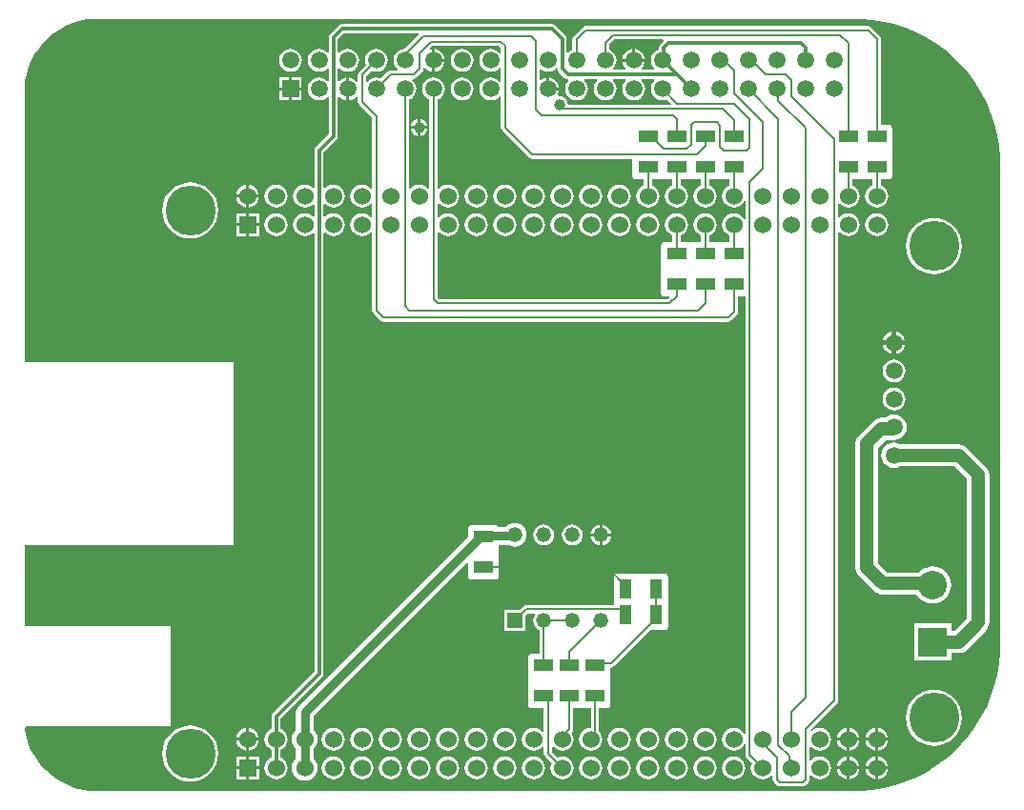
<source format=gtl>
G04*
G04 #@! TF.GenerationSoftware,Altium Limited,Altium Designer,20.0.7 (75)*
G04*
G04 Layer_Physical_Order=1*
G04 Layer_Color=255*
%FSLAX44Y44*%
%MOMM*%
G71*
G01*
G75*
%ADD10C,0.2000*%
%ADD21C,1.5240*%
%ADD27R,1.7000X1.1000*%
%ADD28R,1.1000X1.7000*%
%ADD29C,0.3000*%
%ADD30C,1.2000*%
%ADD31C,0.8000*%
%ADD32R,1.5240X1.5240*%
%ADD33C,1.5000*%
%ADD34R,1.5000X1.5000*%
%ADD35C,1.3208*%
%ADD36R,2.5400X2.5400*%
%ADD37C,2.5400*%
%ADD38R,1.3208X1.3208*%
%ADD39C,4.4450*%
%ADD40C,1.0000*%
G36*
X751689Y683743D02*
X761644Y682166D01*
X771445Y679813D01*
X781032Y676698D01*
X790344Y672841D01*
X799326Y668265D01*
X807920Y662998D01*
X816075Y657073D01*
X823739Y650527D01*
X830867Y643400D01*
X837413Y635735D01*
X843338Y627580D01*
X848605Y618986D01*
X853181Y610005D01*
X857038Y600692D01*
X860153Y591105D01*
X862506Y581304D01*
X864083Y571349D01*
X864874Y561300D01*
Y556260D01*
Y127000D01*
Y121960D01*
X864083Y111911D01*
X862506Y101956D01*
X860153Y92154D01*
X857038Y82568D01*
X853181Y73256D01*
X848605Y64274D01*
X843338Y55680D01*
X837413Y47525D01*
X830867Y39860D01*
X823739Y32733D01*
X816075Y26187D01*
X807920Y20262D01*
X799326Y14995D01*
X790344Y10419D01*
X781032Y6562D01*
X771445Y3447D01*
X761644Y1094D01*
X751689Y-483D01*
X741640Y-1274D01*
X62016D01*
X58232Y-1274D01*
X50718Y-372D01*
X43365Y1418D01*
X36278Y4072D01*
X29557Y7552D01*
X23299Y11808D01*
X17592Y16779D01*
X12519Y22394D01*
X8150Y28574D01*
X4549Y35230D01*
X1767Y42268D01*
X-157Y49588D01*
X-720Y53654D01*
X-801Y54290D01*
X-839Y54614D01*
X-391Y55352D01*
X183Y55854D01*
X300Y55884D01*
X128266Y55884D01*
Y144776D01*
X-253D01*
X-722Y144970D01*
X-1080Y145328D01*
X-1274Y145797D01*
Y216153D01*
X-1080Y216621D01*
X-722Y216980D01*
X-253Y217174D01*
X184146D01*
Y379726D01*
X-253D01*
X-722Y379920D01*
X-1080Y380278D01*
X-1274Y380747D01*
Y381000D01*
Y619760D01*
Y622942D01*
X-650Y629276D01*
X592Y635518D01*
X2439Y641608D01*
X4875Y647488D01*
X7875Y653101D01*
X11410Y658392D01*
X15448Y663312D01*
X19948Y667812D01*
X24868Y671850D01*
X30159Y675385D01*
X35772Y678385D01*
X41652Y680821D01*
X47742Y682668D01*
X53984Y683910D01*
X60318Y684534D01*
X741640D01*
X751689Y683743D01*
D02*
G37*
%LPC*%
G36*
X467360Y679759D02*
X280670D01*
X279094Y679446D01*
X277757Y678553D01*
X270137Y670933D01*
X269244Y669596D01*
X268931Y668020D01*
Y654985D01*
X267728Y654577D01*
X267511Y654861D01*
X265413Y656470D01*
X262971Y657482D01*
X260350Y657827D01*
X257729Y657482D01*
X255287Y656470D01*
X253189Y654861D01*
X251580Y652763D01*
X250568Y650321D01*
X250223Y647700D01*
X250568Y645079D01*
X251580Y642637D01*
X253189Y640539D01*
X255287Y638930D01*
X257729Y637918D01*
X260350Y637573D01*
X262971Y637918D01*
X265413Y638930D01*
X267511Y640539D01*
X267728Y640823D01*
X268931Y640415D01*
Y629585D01*
X267728Y629177D01*
X267511Y629461D01*
X265413Y631070D01*
X262971Y632082D01*
X260350Y632427D01*
X257729Y632082D01*
X255287Y631070D01*
X253189Y629461D01*
X251580Y627363D01*
X250568Y624921D01*
X250223Y622300D01*
X250568Y619679D01*
X251580Y617237D01*
X253189Y615139D01*
X255287Y613530D01*
X257729Y612518D01*
X260350Y612173D01*
X262971Y612518D01*
X265413Y613530D01*
X267511Y615139D01*
X267728Y615423D01*
X268931Y615015D01*
Y582096D01*
X257437Y570603D01*
X256544Y569266D01*
X256231Y567690D01*
Y534532D01*
X255028Y534124D01*
X254896Y534296D01*
X252774Y535925D01*
X250302Y536949D01*
X247650Y537298D01*
X244998Y536949D01*
X242526Y535925D01*
X240404Y534296D01*
X238775Y532174D01*
X237752Y529702D01*
X237402Y527050D01*
X237752Y524398D01*
X238775Y521926D01*
X240404Y519804D01*
X242526Y518175D01*
X244998Y517151D01*
X247650Y516802D01*
X250302Y517151D01*
X252774Y518175D01*
X254896Y519804D01*
X255028Y519976D01*
X256231Y519568D01*
Y509132D01*
X255028Y508724D01*
X254896Y508896D01*
X252774Y510525D01*
X250302Y511549D01*
X247650Y511898D01*
X244998Y511549D01*
X242526Y510525D01*
X240404Y508896D01*
X238775Y506774D01*
X237752Y504302D01*
X237402Y501650D01*
X237752Y498998D01*
X238775Y496526D01*
X240404Y494404D01*
X242526Y492775D01*
X244998Y491752D01*
X247650Y491402D01*
X250302Y491752D01*
X252774Y492775D01*
X254896Y494404D01*
X255028Y494576D01*
X256231Y494168D01*
X256231Y104576D01*
X219337Y67683D01*
X218444Y66346D01*
X218131Y64770D01*
Y53741D01*
X217126Y53325D01*
X215004Y51696D01*
X213375Y49574D01*
X212351Y47102D01*
X212002Y44450D01*
X212351Y41798D01*
X213375Y39326D01*
X215004Y37204D01*
X217126Y35575D01*
X218131Y35159D01*
Y28341D01*
X217126Y27925D01*
X215004Y26296D01*
X213375Y24174D01*
X212351Y21702D01*
X212002Y19050D01*
X212351Y16398D01*
X213375Y13926D01*
X215004Y11804D01*
X217126Y10175D01*
X219598Y9151D01*
X222250Y8802D01*
X224902Y9151D01*
X227374Y10175D01*
X229496Y11804D01*
X231125Y13926D01*
X232148Y16398D01*
X232498Y19050D01*
X232148Y21702D01*
X231125Y24174D01*
X229496Y26296D01*
X227374Y27925D01*
X226369Y28341D01*
Y35159D01*
X227374Y35575D01*
X229496Y37204D01*
X231125Y39326D01*
X232148Y41798D01*
X232498Y44450D01*
X232148Y47102D01*
X231125Y49574D01*
X229496Y51696D01*
X227374Y53325D01*
X226369Y53741D01*
Y63064D01*
X263263Y99957D01*
X264156Y101294D01*
X264469Y102870D01*
X264469Y494168D01*
X265672Y494576D01*
X265804Y494404D01*
X267926Y492775D01*
X270398Y491752D01*
X273050Y491402D01*
X275702Y491752D01*
X278174Y492775D01*
X280296Y494404D01*
X281925Y496526D01*
X282948Y498998D01*
X283298Y501650D01*
X282948Y504302D01*
X281925Y506774D01*
X280296Y508896D01*
X278174Y510525D01*
X275702Y511549D01*
X273050Y511898D01*
X270398Y511549D01*
X267926Y510525D01*
X265804Y508896D01*
X265672Y508724D01*
X264469Y509132D01*
Y519568D01*
X265672Y519976D01*
X265804Y519804D01*
X267926Y518175D01*
X270398Y517151D01*
X273050Y516802D01*
X275702Y517151D01*
X278174Y518175D01*
X280296Y519804D01*
X281925Y521926D01*
X282948Y524398D01*
X283298Y527050D01*
X282948Y529702D01*
X281925Y532174D01*
X280296Y534296D01*
X278174Y535925D01*
X275702Y536949D01*
X273050Y537298D01*
X270398Y536949D01*
X267926Y535925D01*
X265804Y534296D01*
X265672Y534124D01*
X264469Y534532D01*
Y565984D01*
X275963Y577477D01*
X276856Y578814D01*
X277169Y580390D01*
Y615015D01*
X278372Y615423D01*
X278589Y615139D01*
X280687Y613530D01*
X283129Y612518D01*
X284480Y612341D01*
Y622300D01*
Y632259D01*
X283129Y632082D01*
X280687Y631070D01*
X278589Y629461D01*
X278372Y629177D01*
X277169Y629585D01*
Y640415D01*
X278372Y640823D01*
X278589Y640539D01*
X280687Y638930D01*
X283129Y637918D01*
X285750Y637573D01*
X288371Y637918D01*
X290813Y638930D01*
X292911Y640539D01*
X294520Y642637D01*
X295532Y645079D01*
X295877Y647700D01*
X295532Y650321D01*
X294520Y652763D01*
X292911Y654861D01*
X290813Y656470D01*
X288371Y657482D01*
X285750Y657827D01*
X283129Y657482D01*
X280687Y656470D01*
X278589Y654861D01*
X278372Y654577D01*
X277169Y654985D01*
Y666314D01*
X282376Y671521D01*
X348527D01*
X349013Y670348D01*
X336483Y657818D01*
X333929Y657482D01*
X331487Y656470D01*
X329389Y654861D01*
X327780Y652763D01*
X326768Y650321D01*
X326423Y647700D01*
X326768Y645079D01*
X327780Y642637D01*
X329389Y640539D01*
X330250Y639879D01*
X329818Y638609D01*
X323850D01*
X322469Y638335D01*
X321298Y637552D01*
X315225Y631479D01*
X313771Y632082D01*
X311150Y632427D01*
X308529Y632082D01*
X306087Y631070D01*
X303989Y629461D01*
X303329Y628600D01*
X302059Y629031D01*
Y633505D01*
X307075Y638521D01*
X308529Y637918D01*
X311150Y637573D01*
X313771Y637918D01*
X316213Y638930D01*
X318311Y640539D01*
X319920Y642637D01*
X320932Y645079D01*
X321277Y647700D01*
X320932Y650321D01*
X319920Y652763D01*
X318311Y654861D01*
X316213Y656470D01*
X313771Y657482D01*
X311150Y657827D01*
X308529Y657482D01*
X306087Y656470D01*
X303989Y654861D01*
X302380Y652763D01*
X301368Y650321D01*
X301023Y647700D01*
X301368Y645079D01*
X301971Y643625D01*
X295898Y637552D01*
X295115Y636381D01*
X294841Y635000D01*
Y629031D01*
X293571Y628600D01*
X292911Y629461D01*
X290813Y631070D01*
X288371Y632082D01*
X287020Y632259D01*
Y622300D01*
Y612341D01*
X288371Y612518D01*
X290813Y613530D01*
X292911Y615139D01*
X293571Y616000D01*
X294841Y615569D01*
Y610870D01*
X295115Y609489D01*
X295898Y608318D01*
X307541Y596675D01*
Y533979D01*
X306271Y533548D01*
X305696Y534296D01*
X303574Y535925D01*
X301102Y536949D01*
X298450Y537298D01*
X295798Y536949D01*
X293326Y535925D01*
X291204Y534296D01*
X289575Y532174D01*
X288552Y529702D01*
X288202Y527050D01*
X288552Y524398D01*
X289575Y521926D01*
X291204Y519804D01*
X293326Y518175D01*
X295798Y517151D01*
X298450Y516802D01*
X301102Y517151D01*
X303574Y518175D01*
X305696Y519804D01*
X306271Y520552D01*
X307541Y520121D01*
Y508579D01*
X306271Y508148D01*
X305696Y508896D01*
X303574Y510525D01*
X301102Y511549D01*
X298450Y511898D01*
X295798Y511549D01*
X293326Y510525D01*
X291204Y508896D01*
X289575Y506774D01*
X288552Y504302D01*
X288202Y501650D01*
X288552Y498998D01*
X289575Y496526D01*
X291204Y494404D01*
X293326Y492775D01*
X295798Y491752D01*
X298450Y491402D01*
X301102Y491752D01*
X303574Y492775D01*
X305696Y494404D01*
X306271Y495152D01*
X307541Y494721D01*
Y425450D01*
X307815Y424069D01*
X308598Y422898D01*
X314948Y416548D01*
X316119Y415765D01*
X317500Y415491D01*
X623570D01*
X624951Y415765D01*
X626122Y416548D01*
X631202Y421628D01*
X631985Y422799D01*
X632259Y424180D01*
Y438150D01*
X639011D01*
Y49305D01*
X637741Y49053D01*
X637525Y49574D01*
X635896Y51696D01*
X633774Y53325D01*
X631302Y54349D01*
X628650Y54698D01*
X625998Y54349D01*
X623526Y53325D01*
X621404Y51696D01*
X619775Y49574D01*
X618751Y47102D01*
X618402Y44450D01*
X618751Y41798D01*
X619775Y39326D01*
X621404Y37204D01*
X623526Y35575D01*
X625998Y34551D01*
X628650Y34202D01*
X631302Y34551D01*
X633774Y35575D01*
X635896Y37204D01*
X637525Y39326D01*
X637741Y39847D01*
X639011Y39595D01*
Y30480D01*
X639285Y29099D01*
X640068Y27928D01*
X644779Y23217D01*
X644152Y21702D01*
X643802Y19050D01*
X644152Y16398D01*
X645175Y13926D01*
X646804Y11804D01*
X648926Y10175D01*
X651398Y9151D01*
X654050Y8802D01*
X656702Y9151D01*
X659174Y10175D01*
X661296Y11804D01*
X661871Y12552D01*
X663141Y12121D01*
Y8890D01*
X663415Y7509D01*
X664198Y6338D01*
X666738Y3798D01*
X667909Y3015D01*
X669290Y2741D01*
X689610D01*
X690991Y3015D01*
X692162Y3798D01*
X694702Y6338D01*
X695485Y7509D01*
X695759Y8890D01*
Y12121D01*
X697029Y12552D01*
X697604Y11804D01*
X699726Y10175D01*
X702198Y9151D01*
X704850Y8802D01*
X707502Y9151D01*
X709974Y10175D01*
X712096Y11804D01*
X713725Y13926D01*
X714749Y16398D01*
X715098Y19050D01*
X714749Y21702D01*
X713725Y24174D01*
X712096Y26296D01*
X709974Y27925D01*
X707502Y28949D01*
X704850Y29298D01*
X702198Y28949D01*
X699726Y27925D01*
X697604Y26296D01*
X697029Y25548D01*
X695759Y25979D01*
Y37521D01*
X697029Y37952D01*
X697604Y37204D01*
X699726Y35575D01*
X702198Y34551D01*
X704850Y34202D01*
X707502Y34551D01*
X709974Y35575D01*
X712096Y37204D01*
X713725Y39326D01*
X714749Y41798D01*
X715098Y44450D01*
X714749Y47102D01*
X713725Y49574D01*
X712096Y51696D01*
X709974Y53325D01*
X707502Y54349D01*
X704850Y54698D01*
X702198Y54349D01*
X699726Y53325D01*
X697858Y51891D01*
X696913Y52056D01*
X696460Y52292D01*
X696413Y52498D01*
X720102Y76188D01*
X720885Y77359D01*
X721159Y78740D01*
Y494721D01*
X722429Y495152D01*
X723004Y494404D01*
X725126Y492775D01*
X727598Y491752D01*
X730250Y491402D01*
X732902Y491752D01*
X735374Y492775D01*
X737496Y494404D01*
X739125Y496526D01*
X740148Y498998D01*
X740498Y501650D01*
X740148Y504302D01*
X739125Y506774D01*
X737496Y508896D01*
X735374Y510525D01*
X732902Y511549D01*
X730250Y511898D01*
X727598Y511549D01*
X725126Y510525D01*
X723004Y508896D01*
X722429Y508148D01*
X721159Y508579D01*
Y520121D01*
X722429Y520552D01*
X723004Y519804D01*
X725126Y518175D01*
X727598Y517151D01*
X730250Y516802D01*
X732902Y517151D01*
X735374Y518175D01*
X737496Y519804D01*
X739125Y521926D01*
X740148Y524398D01*
X740498Y527050D01*
X740148Y529702D01*
X739125Y532174D01*
X737496Y534296D01*
X735374Y535925D01*
X733859Y536552D01*
Y542240D01*
X752041D01*
Y536552D01*
X750526Y535925D01*
X748404Y534296D01*
X746775Y532174D01*
X745751Y529702D01*
X745402Y527050D01*
X745751Y524398D01*
X746775Y521926D01*
X748404Y519804D01*
X750526Y518175D01*
X752998Y517151D01*
X755650Y516802D01*
X758302Y517151D01*
X760774Y518175D01*
X762896Y519804D01*
X764525Y521926D01*
X765548Y524398D01*
X765898Y527050D01*
X765548Y529702D01*
X764525Y532174D01*
X762896Y534296D01*
X760774Y535925D01*
X759259Y536552D01*
Y542240D01*
X766690D01*
X767681Y542437D01*
X768521Y542999D01*
X769083Y543839D01*
X769280Y544830D01*
Y587960D01*
X769083Y588951D01*
X768521Y589791D01*
X767681Y590353D01*
X766690Y590550D01*
X759259D01*
Y666750D01*
X758985Y668131D01*
X758202Y669302D01*
X750582Y676922D01*
X749411Y677705D01*
X748030Y677979D01*
X496570D01*
X495189Y677705D01*
X494018Y676922D01*
X486398Y669302D01*
X485615Y668131D01*
X485341Y666750D01*
Y657072D01*
X483887Y656470D01*
X481789Y654861D01*
X481572Y654577D01*
X480369Y654985D01*
Y666750D01*
X480056Y668326D01*
X479163Y669663D01*
X470273Y678553D01*
X468936Y679446D01*
X467360Y679759D01*
D02*
G37*
G36*
X234950Y657827D02*
X232329Y657482D01*
X229887Y656470D01*
X227789Y654861D01*
X226180Y652763D01*
X225168Y650321D01*
X224823Y647700D01*
X225168Y645079D01*
X226180Y642637D01*
X227789Y640539D01*
X229887Y638930D01*
X232329Y637918D01*
X234950Y637573D01*
X237571Y637918D01*
X240013Y638930D01*
X242111Y640539D01*
X243720Y642637D01*
X244732Y645079D01*
X245077Y647700D01*
X244732Y650321D01*
X243720Y652763D01*
X242111Y654861D01*
X240013Y656470D01*
X237571Y657482D01*
X234950Y657827D01*
D02*
G37*
G36*
X244990Y632340D02*
X236220D01*
Y623570D01*
X244990D01*
Y632340D01*
D02*
G37*
G36*
X233680D02*
X224910D01*
Y623570D01*
X233680D01*
Y632340D01*
D02*
G37*
G36*
X244990Y621030D02*
X236220D01*
Y612260D01*
X244990D01*
Y621030D01*
D02*
G37*
G36*
X233680D02*
X224910D01*
Y612260D01*
X233680D01*
Y621030D01*
D02*
G37*
G36*
X198120Y537131D02*
Y528320D01*
X206931D01*
X206749Y529702D01*
X205725Y532174D01*
X204096Y534296D01*
X201974Y535925D01*
X199502Y536949D01*
X198120Y537131D01*
D02*
G37*
G36*
X195580D02*
X194198Y536949D01*
X191726Y535925D01*
X189604Y534296D01*
X187975Y532174D01*
X186952Y529702D01*
X186770Y528320D01*
X195580D01*
Y537131D01*
D02*
G37*
G36*
X206931Y525780D02*
X198120D01*
Y516969D01*
X199502Y517151D01*
X201974Y518175D01*
X204096Y519804D01*
X205725Y521926D01*
X206749Y524398D01*
X206931Y525780D01*
D02*
G37*
G36*
X195580D02*
X186770D01*
X186952Y524398D01*
X187975Y521926D01*
X189604Y519804D01*
X191726Y518175D01*
X194198Y517151D01*
X195580Y516969D01*
Y525780D01*
D02*
G37*
G36*
X222250Y537298D02*
X219598Y536949D01*
X217126Y535925D01*
X215004Y534296D01*
X213375Y532174D01*
X212351Y529702D01*
X212002Y527050D01*
X212351Y524398D01*
X213375Y521926D01*
X215004Y519804D01*
X217126Y518175D01*
X219598Y517151D01*
X222250Y516802D01*
X224902Y517151D01*
X227374Y518175D01*
X229496Y519804D01*
X231125Y521926D01*
X232148Y524398D01*
X232498Y527050D01*
X232148Y529702D01*
X231125Y532174D01*
X229496Y534296D01*
X227374Y535925D01*
X224902Y536949D01*
X222250Y537298D01*
D02*
G37*
G36*
X207010Y511810D02*
X198120D01*
Y502920D01*
X207010D01*
Y511810D01*
D02*
G37*
G36*
X195580D02*
X186690D01*
Y502920D01*
X195580D01*
Y511810D01*
D02*
G37*
G36*
X207010Y500380D02*
X198120D01*
Y491490D01*
X207010D01*
Y500380D01*
D02*
G37*
G36*
X195580D02*
X186690D01*
Y491490D01*
X195580D01*
Y500380D01*
D02*
G37*
G36*
X755650Y511898D02*
X752998Y511549D01*
X750526Y510525D01*
X748404Y508896D01*
X746775Y506774D01*
X745751Y504302D01*
X745402Y501650D01*
X745751Y498998D01*
X746775Y496526D01*
X748404Y494404D01*
X750526Y492775D01*
X752998Y491752D01*
X755650Y491402D01*
X758302Y491752D01*
X760774Y492775D01*
X762896Y494404D01*
X764525Y496526D01*
X765548Y498998D01*
X765898Y501650D01*
X765548Y504302D01*
X764525Y506774D01*
X762896Y508896D01*
X760774Y510525D01*
X758302Y511549D01*
X755650Y511898D01*
D02*
G37*
G36*
X222250D02*
X219598Y511549D01*
X217126Y510525D01*
X215004Y508896D01*
X213375Y506774D01*
X212351Y504302D01*
X212002Y501650D01*
X212351Y498998D01*
X213375Y496526D01*
X215004Y494404D01*
X217126Y492775D01*
X219598Y491752D01*
X222250Y491402D01*
X224902Y491752D01*
X227374Y492775D01*
X229496Y494404D01*
X231125Y496526D01*
X232148Y498998D01*
X232498Y501650D01*
X232148Y504302D01*
X231125Y506774D01*
X229496Y508896D01*
X227374Y510525D01*
X224902Y511549D01*
X222250Y511898D01*
D02*
G37*
G36*
X146050Y539235D02*
X141195Y538757D01*
X136527Y537341D01*
X132225Y535041D01*
X128454Y531946D01*
X125359Y528175D01*
X123059Y523873D01*
X121643Y519205D01*
X121165Y514350D01*
X121643Y509495D01*
X123059Y504827D01*
X125359Y500525D01*
X128454Y496754D01*
X132225Y493659D01*
X136527Y491359D01*
X141195Y489943D01*
X146050Y489465D01*
X150905Y489943D01*
X155573Y491359D01*
X159875Y493659D01*
X163646Y496754D01*
X166741Y500525D01*
X169041Y504827D01*
X170457Y509495D01*
X170935Y514350D01*
X170457Y519205D01*
X169041Y523873D01*
X166741Y528175D01*
X163646Y531946D01*
X159875Y535041D01*
X155573Y537341D01*
X150905Y538757D01*
X146050Y539235D01*
D02*
G37*
G36*
X806450Y507485D02*
X801595Y507007D01*
X796927Y505591D01*
X792625Y503291D01*
X788854Y500196D01*
X785759Y496425D01*
X783459Y492123D01*
X782043Y487455D01*
X781565Y482600D01*
X782043Y477745D01*
X783459Y473077D01*
X785759Y468775D01*
X788854Y465004D01*
X792625Y461909D01*
X796927Y459609D01*
X801595Y458193D01*
X806450Y457715D01*
X811305Y458193D01*
X815973Y459609D01*
X820275Y461909D01*
X824046Y465004D01*
X827141Y468775D01*
X829441Y473077D01*
X830857Y477745D01*
X831335Y482600D01*
X830857Y487455D01*
X829441Y492123D01*
X827141Y496425D01*
X824046Y500196D01*
X820275Y503291D01*
X815973Y505591D01*
X811305Y507007D01*
X806450Y507485D01*
D02*
G37*
G36*
X772795Y406586D02*
Y398615D01*
X780766D01*
X780672Y399331D01*
X779660Y401773D01*
X778051Y403871D01*
X775953Y405480D01*
X773511Y406492D01*
X772795Y406586D01*
D02*
G37*
G36*
X768985D02*
X768269Y406492D01*
X765827Y405480D01*
X763729Y403871D01*
X762120Y401773D01*
X761108Y399331D01*
X761014Y398615D01*
X768985D01*
Y406586D01*
D02*
G37*
G36*
X780766Y394805D02*
X772795D01*
Y386834D01*
X773511Y386928D01*
X775953Y387940D01*
X778051Y389549D01*
X779660Y391647D01*
X780672Y394089D01*
X780766Y394805D01*
D02*
G37*
G36*
X768985D02*
X761014D01*
X761108Y394089D01*
X762120Y391647D01*
X763729Y389549D01*
X765827Y387940D01*
X768269Y386928D01*
X768985Y386834D01*
Y394805D01*
D02*
G37*
G36*
X770890Y381837D02*
X768269Y381492D01*
X765827Y380480D01*
X763729Y378871D01*
X762120Y376773D01*
X761108Y374331D01*
X760763Y371710D01*
X761108Y369089D01*
X762120Y366647D01*
X763729Y364549D01*
X765827Y362940D01*
X768269Y361928D01*
X770890Y361583D01*
X773511Y361928D01*
X775953Y362940D01*
X778051Y364549D01*
X779660Y366647D01*
X780672Y369089D01*
X781017Y371710D01*
X780672Y374331D01*
X779660Y376773D01*
X778051Y378871D01*
X775953Y380480D01*
X773511Y381492D01*
X770890Y381837D01*
D02*
G37*
G36*
Y356837D02*
X768269Y356492D01*
X765827Y355480D01*
X763729Y353871D01*
X762120Y351773D01*
X761108Y349331D01*
X760763Y346710D01*
X761108Y344089D01*
X762120Y341647D01*
X763729Y339549D01*
X765827Y337940D01*
X768269Y336928D01*
X770890Y336583D01*
X773511Y336928D01*
X775953Y337940D01*
X778051Y339549D01*
X779660Y341647D01*
X780672Y344089D01*
X781017Y346710D01*
X780672Y349331D01*
X779660Y351773D01*
X778051Y353871D01*
X775953Y355480D01*
X773511Y356492D01*
X770890Y356837D01*
D02*
G37*
G36*
Y333118D02*
X767937Y332729D01*
X765186Y331589D01*
X763461Y330265D01*
X759791D01*
X759791Y330265D01*
X757230Y329928D01*
X754843Y328940D01*
X752794Y327367D01*
X752794Y327367D01*
X739763Y314337D01*
X738191Y312287D01*
X737203Y309901D01*
X736865Y307340D01*
X736865Y307340D01*
Y196850D01*
X736865Y196850D01*
X737203Y194289D01*
X738191Y191903D01*
X739763Y189853D01*
X753733Y175884D01*
X753733Y175883D01*
X755783Y174311D01*
X758169Y173323D01*
X760730Y172985D01*
X791069D01*
X791386Y172393D01*
X793449Y169879D01*
X795963Y167816D01*
X798831Y166283D01*
X801944Y165339D01*
X805180Y165020D01*
X808417Y165339D01*
X811529Y166283D01*
X814397Y167816D01*
X816911Y169879D01*
X818974Y172393D01*
X820507Y175261D01*
X821451Y178374D01*
X821770Y181610D01*
X821451Y184846D01*
X820507Y187959D01*
X818974Y190827D01*
X816911Y193341D01*
X814397Y195404D01*
X811529Y196937D01*
X808417Y197881D01*
X805180Y198200D01*
X801944Y197881D01*
X798831Y196937D01*
X795963Y195404D01*
X793449Y193341D01*
X792984Y192775D01*
X764828D01*
X756655Y200949D01*
Y303242D01*
X763889Y310476D01*
X769551D01*
X769561Y310477D01*
X770890Y310302D01*
X773842Y310691D01*
X776594Y311831D01*
X778956Y313644D01*
X780769Y316006D01*
X781909Y318757D01*
X782298Y321710D01*
X781909Y324663D01*
X780769Y327414D01*
X778956Y329776D01*
X776594Y331589D01*
X773842Y332729D01*
X770890Y333118D01*
D02*
G37*
G36*
X434340Y236564D02*
X431621Y236206D01*
X429088Y235157D01*
X426913Y233487D01*
X426590Y233067D01*
X419889D01*
X419833Y233351D01*
X419271Y234191D01*
X418431Y234753D01*
X417440Y234950D01*
X395360D01*
X394369Y234753D01*
X393529Y234191D01*
X392967Y233351D01*
X392770Y232360D01*
Y224830D01*
X242080Y74140D01*
X240828Y72509D01*
X240041Y70609D01*
X239773Y68570D01*
Y52813D01*
X239498Y52602D01*
X237666Y50214D01*
X236514Y47434D01*
X236121Y44450D01*
X236514Y41466D01*
X237666Y38686D01*
X239498Y36298D01*
X239773Y36087D01*
Y27413D01*
X239498Y27202D01*
X237666Y24814D01*
X236514Y22034D01*
X236121Y19050D01*
X236514Y16066D01*
X237666Y13286D01*
X239498Y10898D01*
X241886Y9066D01*
X244666Y7914D01*
X247650Y7521D01*
X250634Y7914D01*
X253414Y9066D01*
X255802Y10898D01*
X257634Y13286D01*
X258786Y16066D01*
X259179Y19050D01*
X258786Y22034D01*
X257634Y24814D01*
X255802Y27202D01*
X255527Y27413D01*
Y36087D01*
X255802Y36298D01*
X257634Y38686D01*
X258786Y41466D01*
X259179Y44450D01*
X258786Y47434D01*
X257634Y50214D01*
X255802Y52602D01*
X255527Y52813D01*
Y65307D01*
X391597Y201377D01*
X392770Y200891D01*
Y189280D01*
X392967Y188289D01*
X393529Y187449D01*
X394369Y186887D01*
X395360Y186690D01*
X417440D01*
X418431Y186887D01*
X419271Y187449D01*
X419833Y188289D01*
X420030Y189280D01*
Y217313D01*
X428633D01*
X429088Y216963D01*
X431621Y215914D01*
X434340Y215556D01*
X437059Y215914D01*
X439592Y216963D01*
X441767Y218633D01*
X443437Y220808D01*
X444486Y223341D01*
X444844Y226060D01*
X444486Y228779D01*
X443437Y231312D01*
X441767Y233487D01*
X439592Y235157D01*
X437059Y236206D01*
X434340Y236564D01*
D02*
G37*
G36*
X511810Y235116D02*
Y227330D01*
X519596D01*
X519449Y228447D01*
X518527Y230671D01*
X517062Y232582D01*
X515151Y234047D01*
X512927Y234969D01*
X511810Y235116D01*
D02*
G37*
G36*
X509270D02*
X508153Y234969D01*
X505929Y234047D01*
X504018Y232582D01*
X502553Y230671D01*
X501631Y228447D01*
X501484Y227330D01*
X509270D01*
Y235116D01*
D02*
G37*
G36*
X519596Y224790D02*
X511810D01*
Y217004D01*
X512927Y217151D01*
X515151Y218073D01*
X517062Y219538D01*
X518527Y221449D01*
X519449Y223673D01*
X519596Y224790D01*
D02*
G37*
G36*
X509270D02*
X501484D01*
X501631Y223673D01*
X502553Y221449D01*
X504018Y219538D01*
X505929Y218073D01*
X508153Y217151D01*
X509270Y217004D01*
Y224790D01*
D02*
G37*
G36*
X485140Y235283D02*
X482753Y234969D01*
X480529Y234047D01*
X478618Y232582D01*
X477153Y230671D01*
X476231Y228447D01*
X475917Y226060D01*
X476231Y223673D01*
X477153Y221449D01*
X478618Y219538D01*
X480529Y218073D01*
X482753Y217151D01*
X485140Y216837D01*
X487527Y217151D01*
X489751Y218073D01*
X491662Y219538D01*
X493127Y221449D01*
X494049Y223673D01*
X494363Y226060D01*
X494049Y228447D01*
X493127Y230671D01*
X491662Y232582D01*
X489751Y234047D01*
X487527Y234969D01*
X485140Y235283D01*
D02*
G37*
G36*
X459740D02*
X457353Y234969D01*
X455129Y234047D01*
X453218Y232582D01*
X451753Y230671D01*
X450831Y228447D01*
X450517Y226060D01*
X450831Y223673D01*
X451753Y221449D01*
X453218Y219538D01*
X455129Y218073D01*
X457353Y217151D01*
X459740Y216837D01*
X462127Y217151D01*
X464351Y218073D01*
X466262Y219538D01*
X467727Y221449D01*
X468649Y223673D01*
X468963Y226060D01*
X468649Y228447D01*
X467727Y230671D01*
X466262Y232582D01*
X464351Y234047D01*
X462127Y234969D01*
X459740Y235283D01*
D02*
G37*
G36*
X770890Y308118D02*
X767937Y307729D01*
X765186Y306589D01*
X762824Y304776D01*
X761011Y302414D01*
X759871Y299662D01*
X759482Y296710D01*
X759871Y293757D01*
X761011Y291006D01*
X762824Y288644D01*
X765186Y286831D01*
X767937Y285691D01*
X770890Y285302D01*
X773842Y285691D01*
X776557Y286815D01*
X824494D01*
X835925Y275384D01*
Y152136D01*
X824494Y140705D01*
X821690D01*
Y147320D01*
X788670D01*
Y114300D01*
X821690D01*
Y120915D01*
X828593D01*
X828593Y120915D01*
X831154Y121252D01*
X833540Y122241D01*
X835589Y123813D01*
X852817Y141041D01*
X854389Y143090D01*
X855378Y145476D01*
X855715Y148037D01*
X855715Y148038D01*
Y279482D01*
X855715Y279483D01*
X855378Y282044D01*
X854389Y284430D01*
X852817Y286479D01*
X835589Y303707D01*
X833540Y305279D01*
X831154Y306268D01*
X828593Y306605D01*
X828593Y306605D01*
X776557D01*
X773842Y307729D01*
X770890Y308118D01*
D02*
G37*
G36*
X756920Y54531D02*
Y45720D01*
X765731D01*
X765548Y47102D01*
X764525Y49574D01*
X762896Y51696D01*
X760774Y53325D01*
X758302Y54349D01*
X756920Y54531D01*
D02*
G37*
G36*
X754380D02*
X752998Y54349D01*
X750526Y53325D01*
X748404Y51696D01*
X746775Y49574D01*
X745751Y47102D01*
X745570Y45720D01*
X754380D01*
Y54531D01*
D02*
G37*
G36*
X731520D02*
Y45720D01*
X740331D01*
X740148Y47102D01*
X739125Y49574D01*
X737496Y51696D01*
X735374Y53325D01*
X732902Y54349D01*
X731520Y54531D01*
D02*
G37*
G36*
X728980D02*
X727598Y54349D01*
X725126Y53325D01*
X723004Y51696D01*
X721375Y49574D01*
X720351Y47102D01*
X720170Y45720D01*
X728980D01*
Y54531D01*
D02*
G37*
G36*
X198120D02*
Y45720D01*
X206931D01*
X206749Y47102D01*
X205725Y49574D01*
X204096Y51696D01*
X201974Y53325D01*
X199502Y54349D01*
X198120Y54531D01*
D02*
G37*
G36*
X195580D02*
X194198Y54349D01*
X191726Y53325D01*
X189604Y51696D01*
X187975Y49574D01*
X186952Y47102D01*
X186770Y45720D01*
X195580D01*
Y54531D01*
D02*
G37*
G36*
X806450Y88385D02*
X801595Y87907D01*
X796927Y86491D01*
X792625Y84191D01*
X788854Y81096D01*
X785759Y77325D01*
X783459Y73023D01*
X782043Y68355D01*
X781565Y63500D01*
X782043Y58645D01*
X783459Y53977D01*
X785759Y49675D01*
X788854Y45904D01*
X792625Y42809D01*
X796927Y40509D01*
X801595Y39093D01*
X806450Y38615D01*
X811305Y39093D01*
X815973Y40509D01*
X820275Y42809D01*
X824046Y45904D01*
X827141Y49675D01*
X829441Y53977D01*
X830857Y58645D01*
X831335Y63500D01*
X830857Y68355D01*
X829441Y73023D01*
X827141Y77325D01*
X824046Y81096D01*
X820275Y84191D01*
X815973Y86491D01*
X811305Y87907D01*
X806450Y88385D01*
D02*
G37*
G36*
X765731Y43180D02*
X756920D01*
Y34369D01*
X758302Y34551D01*
X760774Y35575D01*
X762896Y37204D01*
X764525Y39326D01*
X765548Y41798D01*
X765731Y43180D01*
D02*
G37*
G36*
X754380D02*
X745570D01*
X745751Y41798D01*
X746775Y39326D01*
X748404Y37204D01*
X750526Y35575D01*
X752998Y34551D01*
X754380Y34369D01*
Y43180D01*
D02*
G37*
G36*
X740331D02*
X731520D01*
Y34369D01*
X732902Y34551D01*
X735374Y35575D01*
X737496Y37204D01*
X739125Y39326D01*
X740148Y41798D01*
X740331Y43180D01*
D02*
G37*
G36*
X728980D02*
X720170D01*
X720351Y41798D01*
X721375Y39326D01*
X723004Y37204D01*
X725126Y35575D01*
X727598Y34551D01*
X728980Y34369D01*
Y43180D01*
D02*
G37*
G36*
X206931D02*
X198120D01*
Y34369D01*
X199502Y34551D01*
X201974Y35575D01*
X204096Y37204D01*
X205725Y39326D01*
X206749Y41798D01*
X206931Y43180D01*
D02*
G37*
G36*
X195580D02*
X186770D01*
X186952Y41798D01*
X187975Y39326D01*
X189604Y37204D01*
X191726Y35575D01*
X194198Y34551D01*
X195580Y34369D01*
Y43180D01*
D02*
G37*
G36*
X603250Y54698D02*
X600598Y54349D01*
X598126Y53325D01*
X596004Y51696D01*
X594375Y49574D01*
X593352Y47102D01*
X593002Y44450D01*
X593352Y41798D01*
X594375Y39326D01*
X596004Y37204D01*
X598126Y35575D01*
X600598Y34551D01*
X603250Y34202D01*
X605902Y34551D01*
X608374Y35575D01*
X610496Y37204D01*
X612125Y39326D01*
X613148Y41798D01*
X613498Y44450D01*
X613148Y47102D01*
X612125Y49574D01*
X610496Y51696D01*
X608374Y53325D01*
X605902Y54349D01*
X603250Y54698D01*
D02*
G37*
G36*
X577850D02*
X575198Y54349D01*
X572726Y53325D01*
X570604Y51696D01*
X568975Y49574D01*
X567952Y47102D01*
X567602Y44450D01*
X567952Y41798D01*
X568975Y39326D01*
X570604Y37204D01*
X572726Y35575D01*
X575198Y34551D01*
X577850Y34202D01*
X580502Y34551D01*
X582974Y35575D01*
X585096Y37204D01*
X586725Y39326D01*
X587748Y41798D01*
X588098Y44450D01*
X587748Y47102D01*
X586725Y49574D01*
X585096Y51696D01*
X582974Y53325D01*
X580502Y54349D01*
X577850Y54698D01*
D02*
G37*
G36*
X552450D02*
X549798Y54349D01*
X547326Y53325D01*
X545204Y51696D01*
X543575Y49574D01*
X542551Y47102D01*
X542202Y44450D01*
X542551Y41798D01*
X543575Y39326D01*
X545204Y37204D01*
X547326Y35575D01*
X549798Y34551D01*
X552450Y34202D01*
X555102Y34551D01*
X557574Y35575D01*
X559696Y37204D01*
X561325Y39326D01*
X562349Y41798D01*
X562698Y44450D01*
X562349Y47102D01*
X561325Y49574D01*
X559696Y51696D01*
X557574Y53325D01*
X555102Y54349D01*
X552450Y54698D01*
D02*
G37*
G36*
X527050D02*
X524398Y54349D01*
X521926Y53325D01*
X519804Y51696D01*
X518175Y49574D01*
X517151Y47102D01*
X516802Y44450D01*
X517151Y41798D01*
X518175Y39326D01*
X519804Y37204D01*
X521926Y35575D01*
X524398Y34551D01*
X527050Y34202D01*
X529702Y34551D01*
X532174Y35575D01*
X534296Y37204D01*
X535925Y39326D01*
X536949Y41798D01*
X537298Y44450D01*
X536949Y47102D01*
X535925Y49574D01*
X534296Y51696D01*
X532174Y53325D01*
X529702Y54349D01*
X527050Y54698D01*
D02*
G37*
G36*
X567640Y191430D02*
X524560D01*
X523569Y191233D01*
X522729Y190671D01*
X522167Y189831D01*
X521970Y188840D01*
Y163629D01*
X444500D01*
X443119Y163355D01*
X441948Y162572D01*
X438380Y159004D01*
X425196D01*
Y140716D01*
X443484D01*
Y153900D01*
X445995Y156411D01*
X451640D01*
X452266Y155141D01*
X451753Y154471D01*
X450831Y152247D01*
X450517Y149860D01*
X450831Y147473D01*
X451753Y145249D01*
X453218Y143338D01*
X455129Y141873D01*
X456131Y141458D01*
Y120650D01*
X448700D01*
X447709Y120453D01*
X446869Y119891D01*
X446307Y119051D01*
X446110Y118060D01*
Y74980D01*
X446307Y73989D01*
X446869Y73149D01*
X447709Y72587D01*
X448700Y72390D01*
X459941D01*
Y51379D01*
X458671Y50948D01*
X458096Y51696D01*
X455974Y53325D01*
X453502Y54349D01*
X450850Y54698D01*
X448198Y54349D01*
X445726Y53325D01*
X443604Y51696D01*
X441975Y49574D01*
X440951Y47102D01*
X440602Y44450D01*
X440951Y41798D01*
X441975Y39326D01*
X443604Y37204D01*
X445726Y35575D01*
X448198Y34551D01*
X450850Y34202D01*
X453502Y34551D01*
X455974Y35575D01*
X458096Y37204D01*
X458671Y37952D01*
X459941Y37521D01*
Y31750D01*
X460215Y30369D01*
X460998Y29198D01*
X466979Y23217D01*
X466352Y21702D01*
X466002Y19050D01*
X466352Y16398D01*
X467375Y13926D01*
X469004Y11804D01*
X471126Y10175D01*
X473598Y9151D01*
X476250Y8802D01*
X478902Y9151D01*
X481374Y10175D01*
X483496Y11804D01*
X485125Y13926D01*
X486148Y16398D01*
X486498Y19050D01*
X486148Y21702D01*
X485125Y24174D01*
X483496Y26296D01*
X481374Y27925D01*
X478902Y28949D01*
X476250Y29298D01*
X473598Y28949D01*
X472083Y28321D01*
X467159Y33245D01*
Y37521D01*
X468429Y37952D01*
X469004Y37204D01*
X471126Y35575D01*
X473598Y34551D01*
X476250Y34202D01*
X478902Y34551D01*
X481374Y35575D01*
X483496Y37204D01*
X485125Y39326D01*
X486148Y41798D01*
X486498Y44450D01*
X486148Y47102D01*
X485125Y49574D01*
X484706Y50120D01*
X485152Y50567D01*
X485935Y51738D01*
X486209Y53119D01*
Y72390D01*
X501851D01*
Y54874D01*
X501650Y54698D01*
X498998Y54349D01*
X496526Y53325D01*
X494404Y51696D01*
X492775Y49574D01*
X491752Y47102D01*
X491402Y44450D01*
X491752Y41798D01*
X492775Y39326D01*
X494404Y37204D01*
X496526Y35575D01*
X498998Y34551D01*
X501650Y34202D01*
X504302Y34551D01*
X506774Y35575D01*
X508896Y37204D01*
X510525Y39326D01*
X511549Y41798D01*
X511898Y44450D01*
X511549Y47102D01*
X510525Y49574D01*
X509069Y51471D01*
Y72390D01*
X516500D01*
X517491Y72587D01*
X518331Y73149D01*
X518893Y73989D01*
X519090Y74980D01*
Y108151D01*
X519420D01*
X520801Y108425D01*
X521972Y109208D01*
X554075Y141310D01*
X567640D01*
X568631Y141507D01*
X569471Y142069D01*
X570033Y142909D01*
X570230Y143900D01*
Y188840D01*
X570033Y189831D01*
X569471Y190671D01*
X568631Y191233D01*
X567640Y191430D01*
D02*
G37*
G36*
X425450Y54698D02*
X422798Y54349D01*
X420326Y53325D01*
X418204Y51696D01*
X416575Y49574D01*
X415551Y47102D01*
X415202Y44450D01*
X415551Y41798D01*
X416575Y39326D01*
X418204Y37204D01*
X420326Y35575D01*
X422798Y34551D01*
X425450Y34202D01*
X428102Y34551D01*
X430574Y35575D01*
X432696Y37204D01*
X434325Y39326D01*
X435349Y41798D01*
X435698Y44450D01*
X435349Y47102D01*
X434325Y49574D01*
X432696Y51696D01*
X430574Y53325D01*
X428102Y54349D01*
X425450Y54698D01*
D02*
G37*
G36*
X400050D02*
X397398Y54349D01*
X394926Y53325D01*
X392804Y51696D01*
X391175Y49574D01*
X390151Y47102D01*
X389802Y44450D01*
X390151Y41798D01*
X391175Y39326D01*
X392804Y37204D01*
X394926Y35575D01*
X397398Y34551D01*
X400050Y34202D01*
X402702Y34551D01*
X405174Y35575D01*
X407296Y37204D01*
X408925Y39326D01*
X409949Y41798D01*
X410298Y44450D01*
X409949Y47102D01*
X408925Y49574D01*
X407296Y51696D01*
X405174Y53325D01*
X402702Y54349D01*
X400050Y54698D01*
D02*
G37*
G36*
X374650D02*
X371998Y54349D01*
X369526Y53325D01*
X367404Y51696D01*
X365775Y49574D01*
X364752Y47102D01*
X364402Y44450D01*
X364752Y41798D01*
X365775Y39326D01*
X367404Y37204D01*
X369526Y35575D01*
X371998Y34551D01*
X374650Y34202D01*
X377302Y34551D01*
X379774Y35575D01*
X381896Y37204D01*
X383525Y39326D01*
X384548Y41798D01*
X384898Y44450D01*
X384548Y47102D01*
X383525Y49574D01*
X381896Y51696D01*
X379774Y53325D01*
X377302Y54349D01*
X374650Y54698D01*
D02*
G37*
G36*
X349250D02*
X346598Y54349D01*
X344126Y53325D01*
X342004Y51696D01*
X340375Y49574D01*
X339352Y47102D01*
X339002Y44450D01*
X339352Y41798D01*
X340375Y39326D01*
X342004Y37204D01*
X344126Y35575D01*
X346598Y34551D01*
X349250Y34202D01*
X351902Y34551D01*
X354374Y35575D01*
X356496Y37204D01*
X358125Y39326D01*
X359148Y41798D01*
X359498Y44450D01*
X359148Y47102D01*
X358125Y49574D01*
X356496Y51696D01*
X354374Y53325D01*
X351902Y54349D01*
X349250Y54698D01*
D02*
G37*
G36*
X323850D02*
X321198Y54349D01*
X318726Y53325D01*
X316604Y51696D01*
X314975Y49574D01*
X313951Y47102D01*
X313602Y44450D01*
X313951Y41798D01*
X314975Y39326D01*
X316604Y37204D01*
X318726Y35575D01*
X321198Y34551D01*
X323850Y34202D01*
X326502Y34551D01*
X328974Y35575D01*
X331096Y37204D01*
X332725Y39326D01*
X333749Y41798D01*
X334098Y44450D01*
X333749Y47102D01*
X332725Y49574D01*
X331096Y51696D01*
X328974Y53325D01*
X326502Y54349D01*
X323850Y54698D01*
D02*
G37*
G36*
X298450D02*
X295798Y54349D01*
X293326Y53325D01*
X291204Y51696D01*
X289575Y49574D01*
X288552Y47102D01*
X288202Y44450D01*
X288552Y41798D01*
X289575Y39326D01*
X291204Y37204D01*
X293326Y35575D01*
X295798Y34551D01*
X298450Y34202D01*
X301102Y34551D01*
X303574Y35575D01*
X305696Y37204D01*
X307325Y39326D01*
X308349Y41798D01*
X308698Y44450D01*
X308349Y47102D01*
X307325Y49574D01*
X305696Y51696D01*
X303574Y53325D01*
X301102Y54349D01*
X298450Y54698D01*
D02*
G37*
G36*
X273050D02*
X270398Y54349D01*
X267926Y53325D01*
X265804Y51696D01*
X264175Y49574D01*
X263151Y47102D01*
X262802Y44450D01*
X263151Y41798D01*
X264175Y39326D01*
X265804Y37204D01*
X267926Y35575D01*
X270398Y34551D01*
X273050Y34202D01*
X275702Y34551D01*
X278174Y35575D01*
X280296Y37204D01*
X281925Y39326D01*
X282948Y41798D01*
X283298Y44450D01*
X282948Y47102D01*
X281925Y49574D01*
X280296Y51696D01*
X278174Y53325D01*
X275702Y54349D01*
X273050Y54698D01*
D02*
G37*
G36*
X756920Y29130D02*
Y20320D01*
X765731D01*
X765548Y21702D01*
X764525Y24174D01*
X762896Y26296D01*
X760774Y27925D01*
X758302Y28949D01*
X756920Y29130D01*
D02*
G37*
G36*
X754380D02*
X752998Y28949D01*
X750526Y27925D01*
X748404Y26296D01*
X746775Y24174D01*
X745751Y21702D01*
X745570Y20320D01*
X754380D01*
Y29130D01*
D02*
G37*
G36*
X731520D02*
Y20320D01*
X740331D01*
X740148Y21702D01*
X739125Y24174D01*
X737496Y26296D01*
X735374Y27925D01*
X732902Y28949D01*
X731520Y29130D01*
D02*
G37*
G36*
X728980D02*
X727598Y28949D01*
X725126Y27925D01*
X723004Y26296D01*
X721375Y24174D01*
X720351Y21702D01*
X720170Y20320D01*
X728980D01*
Y29130D01*
D02*
G37*
G36*
X207010Y29210D02*
X198120D01*
Y20320D01*
X207010D01*
Y29210D01*
D02*
G37*
G36*
X195580D02*
X186690D01*
Y20320D01*
X195580D01*
Y29210D01*
D02*
G37*
G36*
X765731Y17780D02*
X756920D01*
Y8970D01*
X758302Y9151D01*
X760774Y10175D01*
X762896Y11804D01*
X764525Y13926D01*
X765548Y16398D01*
X765731Y17780D01*
D02*
G37*
G36*
X754380D02*
X745570D01*
X745751Y16398D01*
X746775Y13926D01*
X748404Y11804D01*
X750526Y10175D01*
X752998Y9151D01*
X754380Y8970D01*
Y17780D01*
D02*
G37*
G36*
X740331D02*
X731520D01*
Y8970D01*
X732902Y9151D01*
X735374Y10175D01*
X737496Y11804D01*
X739125Y13926D01*
X740148Y16398D01*
X740331Y17780D01*
D02*
G37*
G36*
X728980D02*
X720170D01*
X720351Y16398D01*
X721375Y13926D01*
X723004Y11804D01*
X725126Y10175D01*
X727598Y9151D01*
X728980Y8970D01*
Y17780D01*
D02*
G37*
G36*
X207010D02*
X198120D01*
Y8890D01*
X207010D01*
Y17780D01*
D02*
G37*
G36*
X195580D02*
X186690D01*
Y8890D01*
X195580D01*
Y17780D01*
D02*
G37*
G36*
X628650Y29298D02*
X625998Y28949D01*
X623526Y27925D01*
X621404Y26296D01*
X619775Y24174D01*
X618751Y21702D01*
X618402Y19050D01*
X618751Y16398D01*
X619775Y13926D01*
X621404Y11804D01*
X623526Y10175D01*
X625998Y9151D01*
X628650Y8802D01*
X631302Y9151D01*
X633774Y10175D01*
X635896Y11804D01*
X637525Y13926D01*
X638549Y16398D01*
X638898Y19050D01*
X638549Y21702D01*
X637525Y24174D01*
X635896Y26296D01*
X633774Y27925D01*
X631302Y28949D01*
X628650Y29298D01*
D02*
G37*
G36*
X603250D02*
X600598Y28949D01*
X598126Y27925D01*
X596004Y26296D01*
X594375Y24174D01*
X593352Y21702D01*
X593002Y19050D01*
X593352Y16398D01*
X594375Y13926D01*
X596004Y11804D01*
X598126Y10175D01*
X600598Y9151D01*
X603250Y8802D01*
X605902Y9151D01*
X608374Y10175D01*
X610496Y11804D01*
X612125Y13926D01*
X613148Y16398D01*
X613498Y19050D01*
X613148Y21702D01*
X612125Y24174D01*
X610496Y26296D01*
X608374Y27925D01*
X605902Y28949D01*
X603250Y29298D01*
D02*
G37*
G36*
X577850D02*
X575198Y28949D01*
X572726Y27925D01*
X570604Y26296D01*
X568975Y24174D01*
X567952Y21702D01*
X567602Y19050D01*
X567952Y16398D01*
X568975Y13926D01*
X570604Y11804D01*
X572726Y10175D01*
X575198Y9151D01*
X577850Y8802D01*
X580502Y9151D01*
X582974Y10175D01*
X585096Y11804D01*
X586725Y13926D01*
X587748Y16398D01*
X588098Y19050D01*
X587748Y21702D01*
X586725Y24174D01*
X585096Y26296D01*
X582974Y27925D01*
X580502Y28949D01*
X577850Y29298D01*
D02*
G37*
G36*
X552450D02*
X549798Y28949D01*
X547326Y27925D01*
X545204Y26296D01*
X543575Y24174D01*
X542551Y21702D01*
X542202Y19050D01*
X542551Y16398D01*
X543575Y13926D01*
X545204Y11804D01*
X547326Y10175D01*
X549798Y9151D01*
X552450Y8802D01*
X555102Y9151D01*
X557574Y10175D01*
X559696Y11804D01*
X561325Y13926D01*
X562349Y16398D01*
X562698Y19050D01*
X562349Y21702D01*
X561325Y24174D01*
X559696Y26296D01*
X557574Y27925D01*
X555102Y28949D01*
X552450Y29298D01*
D02*
G37*
G36*
X527050D02*
X524398Y28949D01*
X521926Y27925D01*
X519804Y26296D01*
X518175Y24174D01*
X517151Y21702D01*
X516802Y19050D01*
X517151Y16398D01*
X518175Y13926D01*
X519804Y11804D01*
X521926Y10175D01*
X524398Y9151D01*
X527050Y8802D01*
X529702Y9151D01*
X532174Y10175D01*
X534296Y11804D01*
X535925Y13926D01*
X536949Y16398D01*
X537298Y19050D01*
X536949Y21702D01*
X535925Y24174D01*
X534296Y26296D01*
X532174Y27925D01*
X529702Y28949D01*
X527050Y29298D01*
D02*
G37*
G36*
X501650D02*
X498998Y28949D01*
X496526Y27925D01*
X494404Y26296D01*
X492775Y24174D01*
X491752Y21702D01*
X491402Y19050D01*
X491752Y16398D01*
X492775Y13926D01*
X494404Y11804D01*
X496526Y10175D01*
X498998Y9151D01*
X501650Y8802D01*
X504302Y9151D01*
X506774Y10175D01*
X508896Y11804D01*
X510525Y13926D01*
X511549Y16398D01*
X511898Y19050D01*
X511549Y21702D01*
X510525Y24174D01*
X508896Y26296D01*
X506774Y27925D01*
X504302Y28949D01*
X501650Y29298D01*
D02*
G37*
G36*
X450850D02*
X448198Y28949D01*
X445726Y27925D01*
X443604Y26296D01*
X441975Y24174D01*
X440951Y21702D01*
X440602Y19050D01*
X440951Y16398D01*
X441975Y13926D01*
X443604Y11804D01*
X445726Y10175D01*
X448198Y9151D01*
X450850Y8802D01*
X453502Y9151D01*
X455974Y10175D01*
X458096Y11804D01*
X459725Y13926D01*
X460748Y16398D01*
X461098Y19050D01*
X460748Y21702D01*
X459725Y24174D01*
X458096Y26296D01*
X455974Y27925D01*
X453502Y28949D01*
X450850Y29298D01*
D02*
G37*
G36*
X425450D02*
X422798Y28949D01*
X420326Y27925D01*
X418204Y26296D01*
X416575Y24174D01*
X415551Y21702D01*
X415202Y19050D01*
X415551Y16398D01*
X416575Y13926D01*
X418204Y11804D01*
X420326Y10175D01*
X422798Y9151D01*
X425450Y8802D01*
X428102Y9151D01*
X430574Y10175D01*
X432696Y11804D01*
X434325Y13926D01*
X435349Y16398D01*
X435698Y19050D01*
X435349Y21702D01*
X434325Y24174D01*
X432696Y26296D01*
X430574Y27925D01*
X428102Y28949D01*
X425450Y29298D01*
D02*
G37*
G36*
X400050D02*
X397398Y28949D01*
X394926Y27925D01*
X392804Y26296D01*
X391175Y24174D01*
X390151Y21702D01*
X389802Y19050D01*
X390151Y16398D01*
X391175Y13926D01*
X392804Y11804D01*
X394926Y10175D01*
X397398Y9151D01*
X400050Y8802D01*
X402702Y9151D01*
X405174Y10175D01*
X407296Y11804D01*
X408925Y13926D01*
X409949Y16398D01*
X410298Y19050D01*
X409949Y21702D01*
X408925Y24174D01*
X407296Y26296D01*
X405174Y27925D01*
X402702Y28949D01*
X400050Y29298D01*
D02*
G37*
G36*
X374650D02*
X371998Y28949D01*
X369526Y27925D01*
X367404Y26296D01*
X365775Y24174D01*
X364752Y21702D01*
X364402Y19050D01*
X364752Y16398D01*
X365775Y13926D01*
X367404Y11804D01*
X369526Y10175D01*
X371998Y9151D01*
X374650Y8802D01*
X377302Y9151D01*
X379774Y10175D01*
X381896Y11804D01*
X383525Y13926D01*
X384548Y16398D01*
X384898Y19050D01*
X384548Y21702D01*
X383525Y24174D01*
X381896Y26296D01*
X379774Y27925D01*
X377302Y28949D01*
X374650Y29298D01*
D02*
G37*
G36*
X349250D02*
X346598Y28949D01*
X344126Y27925D01*
X342004Y26296D01*
X340375Y24174D01*
X339352Y21702D01*
X339002Y19050D01*
X339352Y16398D01*
X340375Y13926D01*
X342004Y11804D01*
X344126Y10175D01*
X346598Y9151D01*
X349250Y8802D01*
X351902Y9151D01*
X354374Y10175D01*
X356496Y11804D01*
X358125Y13926D01*
X359148Y16398D01*
X359498Y19050D01*
X359148Y21702D01*
X358125Y24174D01*
X356496Y26296D01*
X354374Y27925D01*
X351902Y28949D01*
X349250Y29298D01*
D02*
G37*
G36*
X323850D02*
X321198Y28949D01*
X318726Y27925D01*
X316604Y26296D01*
X314975Y24174D01*
X313951Y21702D01*
X313602Y19050D01*
X313951Y16398D01*
X314975Y13926D01*
X316604Y11804D01*
X318726Y10175D01*
X321198Y9151D01*
X323850Y8802D01*
X326502Y9151D01*
X328974Y10175D01*
X331096Y11804D01*
X332725Y13926D01*
X333749Y16398D01*
X334098Y19050D01*
X333749Y21702D01*
X332725Y24174D01*
X331096Y26296D01*
X328974Y27925D01*
X326502Y28949D01*
X323850Y29298D01*
D02*
G37*
G36*
X298450D02*
X295798Y28949D01*
X293326Y27925D01*
X291204Y26296D01*
X289575Y24174D01*
X288552Y21702D01*
X288202Y19050D01*
X288552Y16398D01*
X289575Y13926D01*
X291204Y11804D01*
X293326Y10175D01*
X295798Y9151D01*
X298450Y8802D01*
X301102Y9151D01*
X303574Y10175D01*
X305696Y11804D01*
X307325Y13926D01*
X308349Y16398D01*
X308698Y19050D01*
X308349Y21702D01*
X307325Y24174D01*
X305696Y26296D01*
X303574Y27925D01*
X301102Y28949D01*
X298450Y29298D01*
D02*
G37*
G36*
X273050D02*
X270398Y28949D01*
X267926Y27925D01*
X265804Y26296D01*
X264175Y24174D01*
X263151Y21702D01*
X262802Y19050D01*
X263151Y16398D01*
X264175Y13926D01*
X265804Y11804D01*
X267926Y10175D01*
X270398Y9151D01*
X273050Y8802D01*
X275702Y9151D01*
X278174Y10175D01*
X280296Y11804D01*
X281925Y13926D01*
X282948Y16398D01*
X283298Y19050D01*
X282948Y21702D01*
X281925Y24174D01*
X280296Y26296D01*
X278174Y27925D01*
X275702Y28949D01*
X273050Y29298D01*
D02*
G37*
G36*
X146050Y56635D02*
X141195Y56157D01*
X136527Y54741D01*
X132225Y52441D01*
X128454Y49346D01*
X125359Y45575D01*
X123059Y41273D01*
X121643Y36605D01*
X121165Y31750D01*
X121643Y26895D01*
X123059Y22227D01*
X125359Y17925D01*
X128454Y14154D01*
X132225Y11059D01*
X136527Y8759D01*
X141195Y7343D01*
X146050Y6865D01*
X150905Y7343D01*
X155573Y8759D01*
X159875Y11059D01*
X163646Y14154D01*
X166741Y17925D01*
X169041Y22227D01*
X170457Y26895D01*
X170935Y31750D01*
X170457Y36605D01*
X169041Y41273D01*
X166741Y45575D01*
X163646Y49346D01*
X159875Y52441D01*
X155573Y54741D01*
X150905Y56157D01*
X146050Y56635D01*
D02*
G37*
%LPD*%
G36*
X421841Y658905D02*
Y654432D01*
X420571Y654000D01*
X419911Y654861D01*
X417813Y656470D01*
X415371Y657482D01*
X412750Y657827D01*
X410129Y657482D01*
X407687Y656470D01*
X405589Y654861D01*
X403980Y652763D01*
X402968Y650321D01*
X402623Y647700D01*
X402968Y645079D01*
X403980Y642637D01*
X405589Y640539D01*
X407687Y638930D01*
X410129Y637918D01*
X412750Y637573D01*
X415371Y637918D01*
X417813Y638930D01*
X419911Y640539D01*
X420571Y641400D01*
X421841Y640968D01*
Y629031D01*
X420571Y628600D01*
X419911Y629461D01*
X417813Y631070D01*
X415371Y632082D01*
X412750Y632427D01*
X410129Y632082D01*
X407687Y631070D01*
X405589Y629461D01*
X403980Y627363D01*
X402968Y624921D01*
X402623Y622300D01*
X402968Y619679D01*
X403980Y617237D01*
X405589Y615139D01*
X407687Y613530D01*
X410129Y612518D01*
X412750Y612173D01*
X415371Y612518D01*
X417813Y613530D01*
X419911Y615139D01*
X420571Y616000D01*
X421841Y615569D01*
Y588010D01*
X422115Y586629D01*
X422898Y585458D01*
X447028Y561328D01*
X448199Y560545D01*
X449580Y560271D01*
X538820D01*
Y544880D01*
X539017Y543889D01*
X539579Y543049D01*
X540419Y542487D01*
X541410Y542290D01*
X548841D01*
Y536552D01*
X547326Y535925D01*
X545204Y534296D01*
X543575Y532174D01*
X542551Y529702D01*
X542202Y527050D01*
X542551Y524398D01*
X543575Y521926D01*
X545204Y519804D01*
X547326Y518175D01*
X549798Y517151D01*
X552450Y516802D01*
X555102Y517151D01*
X557574Y518175D01*
X559696Y519804D01*
X561325Y521926D01*
X562349Y524398D01*
X562698Y527050D01*
X562349Y529702D01*
X561325Y532174D01*
X559696Y534296D01*
X557574Y535925D01*
X556059Y536552D01*
Y542290D01*
X574241D01*
Y536552D01*
X572726Y535925D01*
X570604Y534296D01*
X568975Y532174D01*
X567952Y529702D01*
X567602Y527050D01*
X567952Y524398D01*
X568975Y521926D01*
X570604Y519804D01*
X572726Y518175D01*
X575198Y517151D01*
X577850Y516802D01*
X580502Y517151D01*
X582974Y518175D01*
X585096Y519804D01*
X586725Y521926D01*
X587748Y524398D01*
X588098Y527050D01*
X587748Y529702D01*
X586725Y532174D01*
X585096Y534296D01*
X582974Y535925D01*
X581459Y536552D01*
Y542290D01*
X599641D01*
Y536552D01*
X598126Y535925D01*
X596004Y534296D01*
X594375Y532174D01*
X593352Y529702D01*
X593002Y527050D01*
X593352Y524398D01*
X594375Y521926D01*
X596004Y519804D01*
X598126Y518175D01*
X600598Y517151D01*
X603250Y516802D01*
X605902Y517151D01*
X608374Y518175D01*
X610496Y519804D01*
X612125Y521926D01*
X613148Y524398D01*
X613498Y527050D01*
X613148Y529702D01*
X612125Y532174D01*
X610496Y534296D01*
X608374Y535925D01*
X606859Y536552D01*
Y542290D01*
X625041D01*
Y536552D01*
X623526Y535925D01*
X621404Y534296D01*
X619775Y532174D01*
X618751Y529702D01*
X618402Y527050D01*
X618751Y524398D01*
X619775Y521926D01*
X621404Y519804D01*
X623526Y518175D01*
X625998Y517151D01*
X628650Y516802D01*
X631302Y517151D01*
X633774Y518175D01*
X635896Y519804D01*
X637525Y521926D01*
X637741Y522447D01*
X639011Y522195D01*
Y506505D01*
X637741Y506253D01*
X637525Y506774D01*
X635896Y508896D01*
X633774Y510525D01*
X631302Y511549D01*
X628650Y511898D01*
X625998Y511549D01*
X623526Y510525D01*
X621404Y508896D01*
X619775Y506774D01*
X618751Y504302D01*
X618402Y501650D01*
X618751Y498998D01*
X619775Y496526D01*
X621404Y494404D01*
X623526Y492775D01*
X625041Y492148D01*
Y486410D01*
X606859D01*
Y492148D01*
X608374Y492775D01*
X610496Y494404D01*
X612125Y496526D01*
X613148Y498998D01*
X613498Y501650D01*
X613148Y504302D01*
X612125Y506774D01*
X610496Y508896D01*
X608374Y510525D01*
X605902Y511549D01*
X603250Y511898D01*
X600598Y511549D01*
X598126Y510525D01*
X596004Y508896D01*
X594375Y506774D01*
X593352Y504302D01*
X593002Y501650D01*
X593352Y498998D01*
X594375Y496526D01*
X596004Y494404D01*
X598126Y492775D01*
X599641Y492148D01*
Y486410D01*
X581459D01*
Y492148D01*
X582974Y492775D01*
X585096Y494404D01*
X586725Y496526D01*
X587748Y498998D01*
X588098Y501650D01*
X587748Y504302D01*
X586725Y506774D01*
X585096Y508896D01*
X582974Y510525D01*
X580502Y511549D01*
X577850Y511898D01*
X575198Y511549D01*
X572726Y510525D01*
X570604Y508896D01*
X568975Y506774D01*
X567952Y504302D01*
X567602Y501650D01*
X567952Y498998D01*
X568975Y496526D01*
X570604Y494404D01*
X572726Y492775D01*
X574241Y492148D01*
Y486410D01*
X566810D01*
X565819Y486213D01*
X564979Y485651D01*
X564417Y484811D01*
X564220Y483820D01*
Y440740D01*
X564417Y439749D01*
X564979Y438909D01*
X565819Y438347D01*
X566810Y438150D01*
X571087D01*
X571572Y436977D01*
X570005Y435409D01*
X367255D01*
X365559Y437105D01*
Y494721D01*
X366829Y495152D01*
X367404Y494404D01*
X369526Y492775D01*
X371998Y491752D01*
X374650Y491402D01*
X377302Y491752D01*
X379774Y492775D01*
X381896Y494404D01*
X383525Y496526D01*
X384548Y498998D01*
X384898Y501650D01*
X384548Y504302D01*
X383525Y506774D01*
X381896Y508896D01*
X379774Y510525D01*
X377302Y511549D01*
X374650Y511898D01*
X371998Y511549D01*
X369526Y510525D01*
X367404Y508896D01*
X366829Y508148D01*
X365559Y508579D01*
Y520121D01*
X366829Y520552D01*
X367404Y519804D01*
X369526Y518175D01*
X371998Y517151D01*
X374650Y516802D01*
X377302Y517151D01*
X379774Y518175D01*
X381896Y519804D01*
X383525Y521926D01*
X384548Y524398D01*
X384898Y527050D01*
X384548Y529702D01*
X383525Y532174D01*
X381896Y534296D01*
X379774Y535925D01*
X377302Y536949D01*
X374650Y537298D01*
X371998Y536949D01*
X369526Y535925D01*
X367404Y534296D01*
X366829Y533548D01*
X365559Y533979D01*
Y612928D01*
X367013Y613530D01*
X369111Y615139D01*
X370720Y617237D01*
X371732Y619679D01*
X372077Y622300D01*
X371732Y624921D01*
X370720Y627363D01*
X369111Y629461D01*
X367013Y631070D01*
X364571Y632082D01*
X361950Y632427D01*
X359329Y632082D01*
X356887Y631070D01*
X354789Y629461D01*
X353180Y627363D01*
X352168Y624921D01*
X351823Y622300D01*
X352168Y619679D01*
X353180Y617237D01*
X354789Y615139D01*
X356887Y613530D01*
X358341Y612928D01*
Y533979D01*
X357071Y533548D01*
X356496Y534296D01*
X354374Y535925D01*
X351902Y536949D01*
X349250Y537298D01*
X346598Y536949D01*
X344126Y535925D01*
X342004Y534296D01*
X341429Y533548D01*
X340159Y533979D01*
Y612928D01*
X341613Y613530D01*
X343711Y615139D01*
X345320Y617237D01*
X346332Y619679D01*
X346677Y622300D01*
X346332Y624921D01*
X345320Y627363D01*
X343711Y629461D01*
X342850Y630121D01*
X343282Y631391D01*
X344170D01*
X345551Y631665D01*
X346722Y632448D01*
X351802Y637528D01*
X352585Y638699D01*
X352859Y640080D01*
Y640968D01*
X354129Y641400D01*
X354789Y640539D01*
X356887Y638930D01*
X359329Y637918D01*
X360680Y637741D01*
Y647700D01*
Y657659D01*
X359620Y657520D01*
X359066Y658318D01*
X358959Y658655D01*
X360905Y660601D01*
X420145D01*
X421841Y658905D01*
D02*
G37*
G36*
X566415Y664951D02*
X563507Y662043D01*
X562614Y660706D01*
X562301Y659130D01*
Y657387D01*
X560087Y656470D01*
X557989Y654861D01*
X556380Y652763D01*
X555368Y650321D01*
X555023Y647700D01*
X555368Y645079D01*
X556380Y642637D01*
X557989Y640539D01*
X558273Y640322D01*
X557865Y639119D01*
X547035D01*
X546627Y640322D01*
X546911Y640539D01*
X548520Y642637D01*
X549532Y645079D01*
X549709Y646430D01*
X529791D01*
X529968Y645079D01*
X530980Y642637D01*
X532589Y640539D01*
X532873Y640322D01*
X532465Y639119D01*
X521635D01*
X521227Y640322D01*
X521511Y640539D01*
X523120Y642637D01*
X524132Y645079D01*
X524477Y647700D01*
X524132Y650321D01*
X523120Y652763D01*
X521511Y654861D01*
X519413Y656470D01*
X518201Y656972D01*
Y661686D01*
X522735Y666221D01*
X565889D01*
X566415Y664951D01*
D02*
G37*
G36*
X472131Y640415D02*
Y640080D01*
X472444Y638504D01*
X473337Y637167D01*
X478417Y632087D01*
X479754Y631194D01*
X481330Y630881D01*
X481665D01*
X482073Y629678D01*
X481789Y629461D01*
X480180Y627363D01*
X479168Y624921D01*
X478823Y622300D01*
X479168Y619679D01*
X480180Y617237D01*
X481789Y615139D01*
X483887Y613530D01*
X486329Y612518D01*
X488950Y612173D01*
X491571Y612518D01*
X494013Y613530D01*
X496111Y615139D01*
X497720Y617237D01*
X498732Y619679D01*
X499077Y622300D01*
X498732Y624921D01*
X497720Y627363D01*
X496111Y629461D01*
X495827Y629678D01*
X496235Y630881D01*
X507065D01*
X507473Y629678D01*
X507189Y629461D01*
X505580Y627363D01*
X504568Y624921D01*
X504223Y622300D01*
X504568Y619679D01*
X505580Y617237D01*
X507189Y615139D01*
X509287Y613530D01*
X511729Y612518D01*
X514350Y612173D01*
X516971Y612518D01*
X519413Y613530D01*
X521511Y615139D01*
X523120Y617237D01*
X524132Y619679D01*
X524477Y622300D01*
X524132Y624921D01*
X523120Y627363D01*
X521511Y629461D01*
X521227Y629678D01*
X521635Y630881D01*
X532465D01*
X532873Y629678D01*
X532589Y629461D01*
X530980Y627363D01*
X529968Y624921D01*
X529623Y622300D01*
X529968Y619679D01*
X530980Y617237D01*
X532589Y615139D01*
X534687Y613530D01*
X537129Y612518D01*
X539750Y612173D01*
X542371Y612518D01*
X544813Y613530D01*
X546911Y615139D01*
X548520Y617237D01*
X549532Y619679D01*
X549877Y622300D01*
X549532Y624921D01*
X548520Y627363D01*
X546911Y629461D01*
X546627Y629678D01*
X547035Y630881D01*
X557865D01*
X558273Y629678D01*
X557989Y629461D01*
X556380Y627363D01*
X555368Y624921D01*
X555023Y622300D01*
X555368Y619679D01*
X556380Y617237D01*
X557989Y615139D01*
X560087Y613530D01*
X562529Y612518D01*
X565150Y612173D01*
X567771Y612518D01*
X569225Y613121D01*
X573043Y609303D01*
X572557Y608129D01*
X481491D01*
X481315Y608330D01*
X481056Y610298D01*
X480296Y612132D01*
X479088Y613708D01*
X477513Y614916D01*
X475678Y615676D01*
X473710Y615935D01*
X472833Y615820D01*
X472146Y617010D01*
X472320Y617237D01*
X473332Y619679D01*
X473509Y621030D01*
X463550D01*
Y622300D01*
X462280D01*
Y632259D01*
X460929Y632082D01*
X458487Y631070D01*
X457389Y630228D01*
X456119Y630854D01*
Y639146D01*
X457389Y639772D01*
X458487Y638930D01*
X460929Y637918D01*
X463550Y637573D01*
X466171Y637918D01*
X468613Y638930D01*
X470711Y640539D01*
X470928Y640823D01*
X472131Y640415D01*
D02*
G37*
%LPC*%
G36*
X363220Y657659D02*
Y648970D01*
X371909D01*
X371732Y650321D01*
X370720Y652763D01*
X369111Y654861D01*
X367013Y656470D01*
X364571Y657482D01*
X363220Y657659D01*
D02*
G37*
G36*
X371909Y646430D02*
X363220D01*
Y637741D01*
X364571Y637918D01*
X367013Y638930D01*
X369111Y640539D01*
X370720Y642637D01*
X371732Y645079D01*
X371909Y646430D01*
D02*
G37*
G36*
X387350Y657827D02*
X384729Y657482D01*
X382287Y656470D01*
X380189Y654861D01*
X378580Y652763D01*
X377568Y650321D01*
X377223Y647700D01*
X377568Y645079D01*
X378580Y642637D01*
X380189Y640539D01*
X382287Y638930D01*
X384729Y637918D01*
X387350Y637573D01*
X389971Y637918D01*
X392413Y638930D01*
X394511Y640539D01*
X396120Y642637D01*
X397132Y645079D01*
X397477Y647700D01*
X397132Y650321D01*
X396120Y652763D01*
X394511Y654861D01*
X392413Y656470D01*
X389971Y657482D01*
X387350Y657827D01*
D02*
G37*
G36*
Y632427D02*
X384729Y632082D01*
X382287Y631070D01*
X380189Y629461D01*
X378580Y627363D01*
X377568Y624921D01*
X377223Y622300D01*
X377568Y619679D01*
X378580Y617237D01*
X380189Y615139D01*
X382287Y613530D01*
X384729Y612518D01*
X387350Y612173D01*
X389971Y612518D01*
X392413Y613530D01*
X394511Y615139D01*
X396120Y617237D01*
X397132Y619679D01*
X397477Y622300D01*
X397132Y624921D01*
X396120Y627363D01*
X394511Y629461D01*
X392413Y631070D01*
X389971Y632082D01*
X387350Y632427D01*
D02*
G37*
G36*
X350520Y595448D02*
Y589280D01*
X356688D01*
X356596Y589978D01*
X355836Y591813D01*
X354628Y593388D01*
X353052Y594596D01*
X351218Y595356D01*
X350520Y595448D01*
D02*
G37*
G36*
X347980D02*
X347282Y595356D01*
X345448Y594596D01*
X343872Y593388D01*
X342664Y591813D01*
X341904Y589978D01*
X341812Y589280D01*
X347980D01*
Y595448D01*
D02*
G37*
G36*
X356688Y586740D02*
X350520D01*
Y580572D01*
X351218Y580664D01*
X353052Y581424D01*
X354628Y582632D01*
X355836Y584207D01*
X356596Y586042D01*
X356688Y586740D01*
D02*
G37*
G36*
X347980D02*
X341812D01*
X341904Y586042D01*
X342664Y584207D01*
X343872Y582632D01*
X345448Y581424D01*
X347282Y580664D01*
X347980Y580572D01*
Y586740D01*
D02*
G37*
G36*
X527050Y537298D02*
X524398Y536949D01*
X521926Y535925D01*
X519804Y534296D01*
X518175Y532174D01*
X517151Y529702D01*
X516802Y527050D01*
X517151Y524398D01*
X518175Y521926D01*
X519804Y519804D01*
X521926Y518175D01*
X524398Y517151D01*
X527050Y516802D01*
X529702Y517151D01*
X532174Y518175D01*
X534296Y519804D01*
X535925Y521926D01*
X536949Y524398D01*
X537298Y527050D01*
X536949Y529702D01*
X535925Y532174D01*
X534296Y534296D01*
X532174Y535925D01*
X529702Y536949D01*
X527050Y537298D01*
D02*
G37*
G36*
X501650D02*
X498998Y536949D01*
X496526Y535925D01*
X494404Y534296D01*
X492775Y532174D01*
X491752Y529702D01*
X491402Y527050D01*
X491752Y524398D01*
X492775Y521926D01*
X494404Y519804D01*
X496526Y518175D01*
X498998Y517151D01*
X501650Y516802D01*
X504302Y517151D01*
X506774Y518175D01*
X508896Y519804D01*
X510525Y521926D01*
X511549Y524398D01*
X511898Y527050D01*
X511549Y529702D01*
X510525Y532174D01*
X508896Y534296D01*
X506774Y535925D01*
X504302Y536949D01*
X501650Y537298D01*
D02*
G37*
G36*
X476250D02*
X473598Y536949D01*
X471126Y535925D01*
X469004Y534296D01*
X467375Y532174D01*
X466352Y529702D01*
X466002Y527050D01*
X466352Y524398D01*
X467375Y521926D01*
X469004Y519804D01*
X471126Y518175D01*
X473598Y517151D01*
X476250Y516802D01*
X478902Y517151D01*
X481374Y518175D01*
X483496Y519804D01*
X485125Y521926D01*
X486148Y524398D01*
X486498Y527050D01*
X486148Y529702D01*
X485125Y532174D01*
X483496Y534296D01*
X481374Y535925D01*
X478902Y536949D01*
X476250Y537298D01*
D02*
G37*
G36*
X450850D02*
X448198Y536949D01*
X445726Y535925D01*
X443604Y534296D01*
X441975Y532174D01*
X440951Y529702D01*
X440602Y527050D01*
X440951Y524398D01*
X441975Y521926D01*
X443604Y519804D01*
X445726Y518175D01*
X448198Y517151D01*
X450850Y516802D01*
X453502Y517151D01*
X455974Y518175D01*
X458096Y519804D01*
X459725Y521926D01*
X460748Y524398D01*
X461098Y527050D01*
X460748Y529702D01*
X459725Y532174D01*
X458096Y534296D01*
X455974Y535925D01*
X453502Y536949D01*
X450850Y537298D01*
D02*
G37*
G36*
X425450D02*
X422798Y536949D01*
X420326Y535925D01*
X418204Y534296D01*
X416575Y532174D01*
X415551Y529702D01*
X415202Y527050D01*
X415551Y524398D01*
X416575Y521926D01*
X418204Y519804D01*
X420326Y518175D01*
X422798Y517151D01*
X425450Y516802D01*
X428102Y517151D01*
X430574Y518175D01*
X432696Y519804D01*
X434325Y521926D01*
X435349Y524398D01*
X435698Y527050D01*
X435349Y529702D01*
X434325Y532174D01*
X432696Y534296D01*
X430574Y535925D01*
X428102Y536949D01*
X425450Y537298D01*
D02*
G37*
G36*
X400050D02*
X397398Y536949D01*
X394926Y535925D01*
X392804Y534296D01*
X391175Y532174D01*
X390151Y529702D01*
X389802Y527050D01*
X390151Y524398D01*
X391175Y521926D01*
X392804Y519804D01*
X394926Y518175D01*
X397398Y517151D01*
X400050Y516802D01*
X402702Y517151D01*
X405174Y518175D01*
X407296Y519804D01*
X408925Y521926D01*
X409949Y524398D01*
X410298Y527050D01*
X409949Y529702D01*
X408925Y532174D01*
X407296Y534296D01*
X405174Y535925D01*
X402702Y536949D01*
X400050Y537298D01*
D02*
G37*
G36*
X552450Y511898D02*
X549798Y511549D01*
X547326Y510525D01*
X545204Y508896D01*
X543575Y506774D01*
X542551Y504302D01*
X542202Y501650D01*
X542551Y498998D01*
X543575Y496526D01*
X545204Y494404D01*
X547326Y492775D01*
X549798Y491752D01*
X552450Y491402D01*
X555102Y491752D01*
X557574Y492775D01*
X559696Y494404D01*
X561325Y496526D01*
X562349Y498998D01*
X562698Y501650D01*
X562349Y504302D01*
X561325Y506774D01*
X559696Y508896D01*
X557574Y510525D01*
X555102Y511549D01*
X552450Y511898D01*
D02*
G37*
G36*
X527050D02*
X524398Y511549D01*
X521926Y510525D01*
X519804Y508896D01*
X518175Y506774D01*
X517151Y504302D01*
X516802Y501650D01*
X517151Y498998D01*
X518175Y496526D01*
X519804Y494404D01*
X521926Y492775D01*
X524398Y491752D01*
X527050Y491402D01*
X529702Y491752D01*
X532174Y492775D01*
X534296Y494404D01*
X535925Y496526D01*
X536949Y498998D01*
X537298Y501650D01*
X536949Y504302D01*
X535925Y506774D01*
X534296Y508896D01*
X532174Y510525D01*
X529702Y511549D01*
X527050Y511898D01*
D02*
G37*
G36*
X501650D02*
X498998Y511549D01*
X496526Y510525D01*
X494404Y508896D01*
X492775Y506774D01*
X491752Y504302D01*
X491402Y501650D01*
X491752Y498998D01*
X492775Y496526D01*
X494404Y494404D01*
X496526Y492775D01*
X498998Y491752D01*
X501650Y491402D01*
X504302Y491752D01*
X506774Y492775D01*
X508896Y494404D01*
X510525Y496526D01*
X511549Y498998D01*
X511898Y501650D01*
X511549Y504302D01*
X510525Y506774D01*
X508896Y508896D01*
X506774Y510525D01*
X504302Y511549D01*
X501650Y511898D01*
D02*
G37*
G36*
X476250D02*
X473598Y511549D01*
X471126Y510525D01*
X469004Y508896D01*
X467375Y506774D01*
X466352Y504302D01*
X466002Y501650D01*
X466352Y498998D01*
X467375Y496526D01*
X469004Y494404D01*
X471126Y492775D01*
X473598Y491752D01*
X476250Y491402D01*
X478902Y491752D01*
X481374Y492775D01*
X483496Y494404D01*
X485125Y496526D01*
X486148Y498998D01*
X486498Y501650D01*
X486148Y504302D01*
X485125Y506774D01*
X483496Y508896D01*
X481374Y510525D01*
X478902Y511549D01*
X476250Y511898D01*
D02*
G37*
G36*
X450850D02*
X448198Y511549D01*
X445726Y510525D01*
X443604Y508896D01*
X441975Y506774D01*
X440951Y504302D01*
X440602Y501650D01*
X440951Y498998D01*
X441975Y496526D01*
X443604Y494404D01*
X445726Y492775D01*
X448198Y491752D01*
X450850Y491402D01*
X453502Y491752D01*
X455974Y492775D01*
X458096Y494404D01*
X459725Y496526D01*
X460748Y498998D01*
X461098Y501650D01*
X460748Y504302D01*
X459725Y506774D01*
X458096Y508896D01*
X455974Y510525D01*
X453502Y511549D01*
X450850Y511898D01*
D02*
G37*
G36*
X425450D02*
X422798Y511549D01*
X420326Y510525D01*
X418204Y508896D01*
X416575Y506774D01*
X415551Y504302D01*
X415202Y501650D01*
X415551Y498998D01*
X416575Y496526D01*
X418204Y494404D01*
X420326Y492775D01*
X422798Y491752D01*
X425450Y491402D01*
X428102Y491752D01*
X430574Y492775D01*
X432696Y494404D01*
X434325Y496526D01*
X435349Y498998D01*
X435698Y501650D01*
X435349Y504302D01*
X434325Y506774D01*
X432696Y508896D01*
X430574Y510525D01*
X428102Y511549D01*
X425450Y511898D01*
D02*
G37*
G36*
X400050D02*
X397398Y511549D01*
X394926Y510525D01*
X392804Y508896D01*
X391175Y506774D01*
X390151Y504302D01*
X389802Y501650D01*
X390151Y498998D01*
X391175Y496526D01*
X392804Y494404D01*
X394926Y492775D01*
X397398Y491752D01*
X400050Y491402D01*
X402702Y491752D01*
X405174Y492775D01*
X407296Y494404D01*
X408925Y496526D01*
X409949Y498998D01*
X410298Y501650D01*
X409949Y504302D01*
X408925Y506774D01*
X407296Y508896D01*
X405174Y510525D01*
X402702Y511549D01*
X400050Y511898D01*
D02*
G37*
G36*
X541020Y657659D02*
Y648970D01*
X549709D01*
X549532Y650321D01*
X548520Y652763D01*
X546911Y654861D01*
X544813Y656470D01*
X542371Y657482D01*
X541020Y657659D01*
D02*
G37*
G36*
X538480D02*
X537129Y657482D01*
X534687Y656470D01*
X532589Y654861D01*
X530980Y652763D01*
X529968Y650321D01*
X529791Y648970D01*
X538480D01*
Y657659D01*
D02*
G37*
G36*
X464820Y632259D02*
Y623570D01*
X473509D01*
X473332Y624921D01*
X472320Y627363D01*
X470711Y629461D01*
X468613Y631070D01*
X466171Y632082D01*
X464820Y632259D01*
D02*
G37*
%LPD*%
D10*
X516080Y197320D02*
X532600Y180800D01*
X510540Y202860D02*
X516080Y197320D01*
X510540Y202860D02*
Y226060D01*
X406400Y197320D02*
X516080D01*
X532600Y177800D02*
Y180800D01*
X344170Y635000D02*
X349250Y640080D01*
X323850Y635000D02*
X344170D01*
X311150Y622300D02*
X323850Y635000D01*
X317500Y419100D02*
X623570D01*
X311150Y425450D02*
X317500Y419100D01*
X311150Y425450D02*
Y598170D01*
X628650Y424180D02*
Y448780D01*
X623570Y419100D02*
X628650Y424180D01*
X577850Y438150D02*
Y448780D01*
X571500Y431800D02*
X577850Y438150D01*
X365760Y431800D02*
X571500D01*
X477520Y604520D02*
X618490D01*
X473710Y608330D02*
X477520Y604520D01*
X674370Y635000D02*
X679450Y629920D01*
Y615950D02*
Y629920D01*
Y615950D02*
X717550Y577850D01*
X298450Y610870D02*
Y635000D01*
Y610870D02*
X311150Y598170D01*
X298450Y635000D02*
X311150Y647700D01*
X552450Y527050D02*
Y552920D01*
X613410Y593090D02*
X616610Y589890D01*
X593090Y593090D02*
X613410D01*
X590550Y590550D02*
X593090Y593090D01*
X590550Y572672D02*
Y590550D01*
X616610Y570840D02*
Y589890D01*
X656590Y635000D02*
X674370D01*
X666750Y8890D02*
Y27940D01*
X654050Y40640D02*
X666750Y27940D01*
X654050Y40640D02*
Y44450D01*
X692150Y53340D02*
X717550Y78740D01*
X692150Y8890D02*
Y53340D01*
X689610Y6350D02*
X692150Y8890D01*
X669290Y6350D02*
X689610D01*
X666750Y8890D02*
X669290Y6350D01*
X717550Y78740D02*
Y577850D01*
X641350Y647700D02*
X643890D01*
X656590Y635000D01*
X668020Y39370D02*
Y595630D01*
X641350Y622300D02*
X668020Y595630D01*
X677720Y20780D02*
Y29670D01*
X668020Y39370D02*
X677720Y29670D01*
Y20780D02*
X679450Y19050D01*
Y44450D02*
Y68580D01*
X692150Y81280D02*
Y588010D01*
X679450Y68580D02*
X692150Y81280D01*
X668360Y611800D02*
X692150Y588010D01*
X666750Y622300D02*
X668360Y620690D01*
Y611800D02*
Y620690D01*
X628650Y618490D02*
X654050Y593090D01*
X628650Y618490D02*
Y638810D01*
X654050Y551180D02*
Y593090D01*
X618490Y604520D02*
X628650Y594360D01*
Y579920D02*
Y594360D01*
X642620Y570230D02*
Y595630D01*
X578390Y609060D02*
X629190D01*
X642620Y595630D01*
Y30480D02*
X654050Y19050D01*
X642620Y30480D02*
Y539750D01*
X654050Y551180D01*
X620473Y646987D02*
X628650Y638810D01*
X616663Y646987D02*
X620473D01*
X615950Y647700D02*
X616663Y646987D01*
X619760Y567690D02*
X640080D01*
X642620Y570230D01*
X565150Y647700D02*
X566420Y648970D01*
X755650Y527050D02*
Y552920D01*
X730250Y527050D02*
Y552920D01*
X628650Y527050D02*
Y552920D01*
X603250Y527050D02*
Y552920D01*
X577850Y527050D02*
Y552920D01*
X586838Y568960D02*
X590550Y572672D01*
X616610Y570840D02*
X619760Y567690D01*
X565150Y622300D02*
X578390Y609060D01*
X566410Y568960D02*
X586838D01*
X552450Y579920D02*
X555450D01*
X566410Y568960D01*
X595630Y563880D02*
X603250Y571500D01*
X449580Y563880D02*
X595630D01*
X425450Y588010D02*
X449580Y563880D01*
X577850Y579920D02*
Y595630D01*
X574430Y599050D02*
X577850Y595630D01*
X491100Y599050D02*
X574430Y599050D01*
X457590Y599050D02*
X491100D01*
X452510Y604130D02*
X457590Y599050D01*
X452510Y604130D02*
Y665090D01*
X448310Y669290D02*
X452510Y665090D01*
X353060Y669290D02*
X448310D01*
X425450Y588010D02*
Y660400D01*
X755650Y579920D02*
Y666750D01*
X748030Y674370D02*
X755650Y666750D01*
X496570Y674370D02*
X748030D01*
X730250Y579920D02*
Y662940D01*
X723360Y669830D02*
X730250Y662940D01*
X521240Y669830D02*
X723360D01*
X514592Y663182D02*
X521240Y669830D01*
X514592Y647942D02*
Y663182D01*
X488950Y666750D02*
X496570Y674370D01*
X488950Y647700D02*
Y666750D01*
X628650Y475780D02*
Y501650D01*
X603250Y475780D02*
Y501650D01*
X577850Y475780D02*
Y501650D01*
X421640Y664210D02*
X425450Y660400D01*
X359410Y664210D02*
X421640D01*
X349250Y654050D02*
X359410Y664210D01*
X336550Y652780D02*
X353060Y669290D01*
X340360Y425450D02*
X596900D01*
X603250Y431800D01*
X336550Y429260D02*
X340360Y425450D01*
X361950Y435610D02*
X365760Y431800D01*
X349250Y640080D02*
Y654050D01*
X336550Y647700D02*
Y652780D01*
X603250Y571500D02*
Y579920D01*
X361950Y435610D02*
Y622300D01*
X234950Y647700D02*
X236560Y649310D01*
X336550Y429260D02*
Y622300D01*
X603250Y431800D02*
Y448780D01*
X234950Y647700D02*
X237437Y645213D01*
X514350Y647700D02*
X514592Y647942D01*
X505460Y48260D02*
Y83020D01*
X501650Y44450D02*
X505460Y48260D01*
X459740Y83020D02*
X463550Y79210D01*
Y31750D02*
Y79210D01*
Y31750D02*
X476250Y19050D01*
X482600Y53119D02*
Y83020D01*
X476250Y46769D02*
X482600Y53119D01*
X476250Y44450D02*
Y46769D01*
X505460Y110020D02*
X507200Y111760D01*
X559600Y151940D02*
Y154940D01*
X519420Y111760D02*
X559600Y151940D01*
X507200Y111760D02*
X519420D01*
X559600Y154940D02*
Y177800D01*
X482600Y121920D02*
X510540Y149860D01*
X482600Y110020D02*
Y121920D01*
X459740Y110020D02*
Y149860D01*
X485140D01*
X532600Y154940D02*
Y155520D01*
X528100Y160020D02*
X532600Y155520D01*
X444500Y160020D02*
X528100D01*
X434340Y149860D02*
X444500Y160020D01*
D21*
X755650Y44450D02*
D03*
Y19050D02*
D03*
X730250Y44450D02*
D03*
Y19050D02*
D03*
X704850Y44450D02*
D03*
Y19050D02*
D03*
X679450Y44450D02*
D03*
Y19050D02*
D03*
X654050Y44450D02*
D03*
Y19050D02*
D03*
X628650Y44450D02*
D03*
Y19050D02*
D03*
X603250Y44450D02*
D03*
Y19050D02*
D03*
X577850Y44450D02*
D03*
Y19050D02*
D03*
X552450Y44450D02*
D03*
Y19050D02*
D03*
X527050Y44450D02*
D03*
Y19050D02*
D03*
X501650Y44450D02*
D03*
Y19050D02*
D03*
X476250Y44450D02*
D03*
Y19050D02*
D03*
X450850Y44450D02*
D03*
Y19050D02*
D03*
X425450Y44450D02*
D03*
Y19050D02*
D03*
X400050Y44450D02*
D03*
Y19050D02*
D03*
X374650Y44450D02*
D03*
Y19050D02*
D03*
X349250Y44450D02*
D03*
Y19050D02*
D03*
X323850Y44450D02*
D03*
Y19050D02*
D03*
X298450Y44450D02*
D03*
Y19050D02*
D03*
X273050Y44450D02*
D03*
Y19050D02*
D03*
X247650Y44450D02*
D03*
Y19050D02*
D03*
X222250Y44450D02*
D03*
Y19050D02*
D03*
X196850Y44450D02*
D03*
Y527050D02*
D03*
X222250Y501650D02*
D03*
Y527050D02*
D03*
X247650Y501650D02*
D03*
Y527050D02*
D03*
X273050Y501650D02*
D03*
Y527050D02*
D03*
X298450Y501650D02*
D03*
Y527050D02*
D03*
X323850Y501650D02*
D03*
Y527050D02*
D03*
X349250Y501650D02*
D03*
Y527050D02*
D03*
X374650Y501650D02*
D03*
Y527050D02*
D03*
X400050Y501650D02*
D03*
Y527050D02*
D03*
X425450Y501650D02*
D03*
Y527050D02*
D03*
X450850Y501650D02*
D03*
Y527050D02*
D03*
X476250Y501650D02*
D03*
Y527050D02*
D03*
X501650Y501650D02*
D03*
Y527050D02*
D03*
X527050Y501650D02*
D03*
Y527050D02*
D03*
X552450Y501650D02*
D03*
Y527050D02*
D03*
X577850Y501650D02*
D03*
Y527050D02*
D03*
X603250Y501650D02*
D03*
Y527050D02*
D03*
X628650Y501650D02*
D03*
Y527050D02*
D03*
X654050Y501650D02*
D03*
Y527050D02*
D03*
X679450Y501650D02*
D03*
Y527050D02*
D03*
X704850Y501650D02*
D03*
Y527050D02*
D03*
X730250Y501650D02*
D03*
Y527050D02*
D03*
X755650Y501650D02*
D03*
Y527050D02*
D03*
D27*
X552450Y579920D02*
D03*
Y552920D02*
D03*
X577850D02*
D03*
Y579920D02*
D03*
X755650D02*
D03*
Y552920D02*
D03*
X730250Y579920D02*
D03*
Y552920D02*
D03*
X628650Y579920D02*
D03*
Y552920D02*
D03*
X603250D02*
D03*
Y579920D02*
D03*
X628650Y448780D02*
D03*
Y475780D02*
D03*
X603250D02*
D03*
Y448780D02*
D03*
X577850Y475780D02*
D03*
Y448780D02*
D03*
X505460Y83020D02*
D03*
Y110020D02*
D03*
X459740D02*
D03*
Y83020D02*
D03*
X482600D02*
D03*
Y110020D02*
D03*
X406400Y224320D02*
D03*
Y197320D02*
D03*
D28*
X559600Y177800D02*
D03*
X532600D02*
D03*
Y154940D02*
D03*
X559600D02*
D03*
D29*
X692150Y647700D02*
Y659130D01*
X688340Y662940D02*
X692150Y659130D01*
X570230Y662940D02*
X688340D01*
X273050Y580390D02*
Y668020D01*
X260350Y567690D02*
X273050Y580390D01*
Y668020D02*
X280670Y675640D01*
X467360D01*
X476250Y640080D02*
Y666750D01*
X467360Y675640D02*
X476250Y666750D01*
Y640080D02*
X481330Y635000D01*
X260350Y567690D02*
X260350Y102870D01*
X222250Y64770D02*
X260350Y102870D01*
X222250Y19050D02*
Y44450D01*
X577850Y635000D02*
X590550Y622300D01*
X565150Y647700D02*
X577850Y635000D01*
X222250Y44450D02*
Y64770D01*
X481330Y635000D02*
X577850D01*
X566420Y659130D02*
X570230Y662940D01*
X566420Y648970D02*
Y659130D01*
D30*
X760730Y182880D02*
X803910D01*
X746760Y196850D02*
X760730Y182880D01*
X746760Y196850D02*
Y307340D01*
X759791Y320371D02*
X769551D01*
X746760Y307340D02*
X759791Y320371D01*
X845820Y148037D02*
Y279483D01*
X828593Y296710D02*
X845820Y279483D01*
X770890Y296710D02*
X828593D01*
Y130810D02*
X845820Y148037D01*
X805180Y130810D02*
X828593D01*
D31*
X247650Y44450D02*
Y68570D01*
X403400Y224320D01*
X406400D01*
X247650Y19050D02*
Y44450D01*
X433470Y225190D02*
X434340Y226060D01*
X407270Y225190D02*
X433470D01*
X406400Y224320D02*
X407270Y225190D01*
X803910Y182880D02*
X805180Y181610D01*
X769551Y320371D02*
X770890Y321710D01*
D32*
X196850Y19050D02*
D03*
Y501650D02*
D03*
D33*
X717550Y647700D02*
D03*
Y622300D02*
D03*
X692150Y647700D02*
D03*
Y622300D02*
D03*
X666750Y647700D02*
D03*
Y622300D02*
D03*
X641350Y647700D02*
D03*
Y622300D02*
D03*
X615950Y647700D02*
D03*
Y622300D02*
D03*
X590550Y647700D02*
D03*
Y622300D02*
D03*
X565150Y647700D02*
D03*
Y622300D02*
D03*
X539750Y647700D02*
D03*
Y622300D02*
D03*
X514350Y647700D02*
D03*
Y622300D02*
D03*
X488950Y647700D02*
D03*
Y622300D02*
D03*
X463550Y647700D02*
D03*
Y622300D02*
D03*
X438150Y647700D02*
D03*
Y622300D02*
D03*
X412750Y647700D02*
D03*
Y622300D02*
D03*
X387350Y647700D02*
D03*
Y622300D02*
D03*
X361950Y647700D02*
D03*
Y622300D02*
D03*
X336550Y647700D02*
D03*
Y622300D02*
D03*
X311150Y647700D02*
D03*
Y622300D02*
D03*
X285750Y647700D02*
D03*
Y622300D02*
D03*
X260350Y647700D02*
D03*
Y622300D02*
D03*
X234950Y647700D02*
D03*
X770890Y371710D02*
D03*
Y346710D02*
D03*
Y296710D02*
D03*
Y321710D02*
D03*
Y396710D02*
D03*
D34*
X234950Y622300D02*
D03*
D35*
X459740Y226060D02*
D03*
X485140D02*
D03*
X459740Y149860D02*
D03*
X485140D02*
D03*
X510540D02*
D03*
Y226060D02*
D03*
X434340D02*
D03*
D36*
X805180Y130810D02*
D03*
D37*
Y181610D02*
D03*
Y232410D02*
D03*
D38*
X434340Y149860D02*
D03*
D39*
X146050Y514350D02*
D03*
X806450Y482600D02*
D03*
Y63500D02*
D03*
X146050Y31750D02*
D03*
D40*
X349250Y588010D02*
D03*
X473710Y608330D02*
D03*
M02*

</source>
